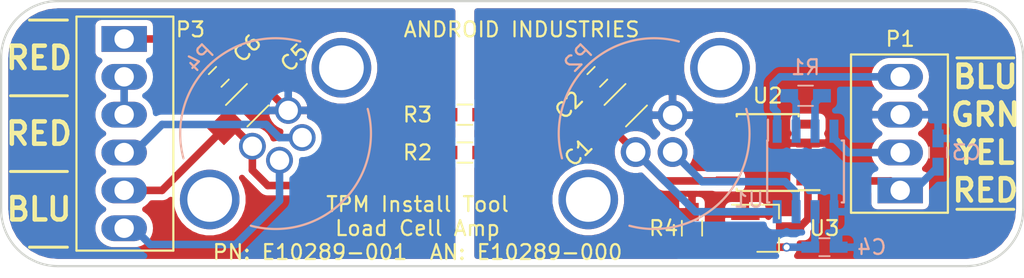
<source format=kicad_pcb>
(kicad_pcb (version 20171130) (host pcbnew "(5.1.7)-1")

  (general
    (thickness 1.6)
    (drawings 33)
    (tracks 70)
    (zones 0)
    (modules 17)
    (nets 15)
  )

  (page A)
  (title_block
    (title "TPM Install Tool Load Cell Amp")
    (date 2021-03-30)
    (company "Android Industries")
    (comment 1 "Designer: C. M. Bulliner")
    (comment 2 "Part Number: E10289-001")
    (comment 3 "Assembly Number: E10289-000")
  )

  (layers
    (0 F.Cu signal)
    (31 B.Cu signal)
    (32 B.Adhes user)
    (33 F.Adhes user)
    (34 B.Paste user)
    (35 F.Paste user)
    (36 B.SilkS user)
    (37 F.SilkS user)
    (38 B.Mask user)
    (39 F.Mask user)
    (40 Dwgs.User user hide)
    (41 Cmts.User user)
    (42 Eco1.User user)
    (43 Eco2.User user)
    (44 Edge.Cuts user)
    (45 Margin user)
    (46 B.CrtYd user hide)
    (47 F.CrtYd user hide)
    (48 B.Fab user hide)
    (49 F.Fab user hide)
  )

  (setup
    (last_trace_width 0.25)
    (user_trace_width 0.508)
    (user_trace_width 0.762)
    (trace_clearance 0.2)
    (zone_clearance 0.4064)
    (zone_45_only yes)
    (trace_min 0.2)
    (via_size 0.6)
    (via_drill 0.4)
    (via_min_size 0.4)
    (via_min_drill 0.3)
    (uvia_size 0.3)
    (uvia_drill 0.1)
    (uvias_allowed no)
    (uvia_min_size 0.2)
    (uvia_min_drill 0.1)
    (edge_width 0.15)
    (segment_width 0.2)
    (pcb_text_width 0.3)
    (pcb_text_size 1.5 1.5)
    (mod_edge_width 0.15)
    (mod_text_size 1 1)
    (mod_text_width 0.15)
    (pad_size 4 4)
    (pad_drill 3)
    (pad_to_mask_clearance 0.2)
    (aux_axis_origin 111.125 126.365)
    (visible_elements 7FFFFF7F)
    (pcbplotparams
      (layerselection 0x010f0_ffffffff)
      (usegerberextensions false)
      (usegerberattributes true)
      (usegerberadvancedattributes true)
      (creategerberjobfile true)
      (excludeedgelayer true)
      (linewidth 0.100000)
      (plotframeref false)
      (viasonmask false)
      (mode 1)
      (useauxorigin true)
      (hpglpennumber 1)
      (hpglpenspeed 20)
      (hpglpendiameter 15.000000)
      (psnegative false)
      (psa4output false)
      (plotreference true)
      (plotvalue false)
      (plotinvisibletext false)
      (padsonsilk false)
      (subtractmaskfromsilk true)
      (outputformat 1)
      (mirror false)
      (drillshape 0)
      (scaleselection 1)
      (outputdirectory "../F - CAM Data (STEPs DWGs)/"))
  )

  (net 0 "")
  (net 1 +5V)
  (net 2 /+OUT)
  (net 3 /-OUT)
  (net 4 "Net-(R1-Pad1)")
  (net 5 "Net-(R1-Pad2)")
  (net 6 /FORCE)
  (net 7 "Net-(P3-Pad2)")
  (net 8 +24VA)
  (net 9 GNDA)
  (net 10 +1V2)
  (net 11 +24VD)
  (net 12 /INSTALL)
  (net 13 /DONE)
  (net 14 GNDD)

  (net_class Default "This is the default net class."
    (clearance 0.2)
    (trace_width 0.25)
    (via_dia 0.6)
    (via_drill 0.4)
    (uvia_dia 0.3)
    (uvia_drill 0.1)
    (add_net +1V2)
    (add_net +24VA)
    (add_net +24VD)
    (add_net +5V)
    (add_net /+OUT)
    (add_net /-OUT)
    (add_net /DONE)
    (add_net /FORCE)
    (add_net /INSTALL)
    (add_net GNDA)
    (add_net GNDD)
    (add_net "Net-(P3-Pad2)")
    (add_net "Net-(R1-Pad1)")
    (add_net "Net-(R1-Pad2)")
  )

  (module My_Modules:TE-T4040034041-000 (layer B.Cu) (tedit 5A8F33E6) (tstamp 5A731929)
    (at 127 107.95 45)
    (path /5A71E1F6)
    (fp_text reference P4 (at 0 -7.184205 45) (layer B.SilkS)
      (effects (font (size 1 1) (thickness 0.15)) (justify mirror))
    )
    (fp_text value DIGITAL (at 0 -7.62 45) (layer B.Fab) hide
      (effects (font (size 1 1) (thickness 0.15)) (justify mirror))
    )
    (fp_arc (start 0 0) (end 0 -6.4) (angle 60) (layer B.SilkS) (width 0.15))
    (fp_arc (start 0 0) (end 0 6.4) (angle 60) (layer B.SilkS) (width 0.15))
    (fp_arc (start 0 0) (end 0 -6.4) (angle -60) (layer B.SilkS) (width 0.15))
    (fp_arc (start 0 0) (end 0 6.4) (angle -60) (layer B.SilkS) (width 0.15))
    (pad 1 thru_hole circle (at -1.7 -0.5 45) (size 1.8 1.8) (drill 1.3) (layers *.Cu *.Mask)
      (net 11 +24VD))
    (pad 2 thru_hole circle (at -1.075 1.45 195) (size 1.8 1.8) (drill 1.3) (layers *.Cu *.Mask)
      (net 13 /DONE))
    (pad 3 thru_hole circle (at 1.7 -0.5 45) (size 1.8 1.8) (drill 1.3) (layers *.Cu *.Mask)
      (net 14 GNDD))
    (pad 4 thru_hole circle (at 1.075 1.45 255) (size 1.8 1.8) (drill 1.3) (layers *.Cu *.Mask)
      (net 12 /INSTALL))
    (pad "" thru_hole circle (at -6.249999 0 15) (size 4 4) (drill 3) (layers *.Cu *.Mask))
    (pad "" thru_hole circle (at 6.249999 0 15) (size 4 4) (drill 3) (layers *.Cu *.Mask))
  )

  (module My_Modules:TE-T4040034031-000 (layer B.Cu) (tedit 5A8F33EA) (tstamp 5A722F52)
    (at 152.4 107.95 45)
    (path /5A71E1B9)
    (fp_text reference P2 (at 0 -7.184205 45) (layer B.SilkS)
      (effects (font (size 1 1) (thickness 0.15)) (justify mirror))
    )
    (fp_text value ANALOG (at 0 -7.62 45) (layer B.Fab) hide
      (effects (font (size 1 1) (thickness 0.15)) (justify mirror))
    )
    (fp_arc (start 0 0) (end 0 -6.4) (angle 60) (layer B.SilkS) (width 0.15))
    (fp_arc (start 0 0) (end 0 6.4) (angle 60) (layer B.SilkS) (width 0.15))
    (fp_arc (start 0 0) (end 0 -6.4) (angle -60) (layer B.SilkS) (width 0.15))
    (fp_arc (start 0 0) (end 0 6.4) (angle -60) (layer B.SilkS) (width 0.15))
    (pad 1 thru_hole circle (at -1.75 0 45) (size 2 2) (drill 1.3) (layers *.Cu *.Mask)
      (net 8 +24VA))
    (pad 3 thru_hole circle (at 1.75 0 45) (size 2 2) (drill 1.3) (layers *.Cu *.Mask)
      (net 9 GNDA))
    (pad 4 thru_hole circle (at 0 1.75 225) (size 2 2) (drill 1.3) (layers *.Cu *.Mask)
      (net 6 /FORCE))
    (pad "" thru_hole circle (at -6.249999 0 15) (size 4 4) (drill 3) (layers *.Cu *.Mask))
    (pad "" thru_hole circle (at 6.249999 0 15) (size 4 4) (drill 3) (layers *.Cu *.Mask))
  )

  (module My_Modules:OSTVN04A150 (layer F.Cu) (tedit 5A8F3397) (tstamp 5A722F45)
    (at 168.91 107.95 90)
    (path /5A4EA310)
    (fp_text reference P1 (at 6.35 0 180) (layer F.SilkS)
      (effects (font (size 1 1) (thickness 0.15)))
    )
    (fp_text value "LOAD CELL" (at 0 4.445 90) (layer F.Fab) hide
      (effects (font (size 1 1) (thickness 0.15)))
    )
    (fp_line (start -5.31 3.2) (end -5.31 -3.3) (layer F.SilkS) (width 0.15))
    (fp_line (start 5.31 3.2) (end -5.31 3.2) (layer F.SilkS) (width 0.15))
    (fp_line (start 5.31 -3.3) (end 5.31 3.2) (layer F.SilkS) (width 0.15))
    (fp_line (start -5.31 -3.3) (end 5.31 -3.3) (layer F.SilkS) (width 0.15))
    (pad 1 thru_hole rect (at -3.81 0 90) (size 1.7272 3.048) (drill 1.3) (layers *.Cu *.Mask)
      (net 1 +5V))
    (pad 2 thru_hole oval (at -1.27 0 90) (size 1.7272 3.048) (drill 1.3) (layers *.Cu *.Mask)
      (net 2 /+OUT))
    (pad 3 thru_hole oval (at 1.27 0 90) (size 1.7272 3.048) (drill 1.3) (layers *.Cu *.Mask)
      (net 9 GNDA))
    (pad 4 thru_hole oval (at 3.81 0 90) (size 1.7272 3.048) (drill 1.3) (layers *.Cu *.Mask)
      (net 3 /-OUT))
  )

  (module Capacitors_SMD:C_1206_HandSoldering (layer F.Cu) (tedit 5A8F347C) (tstamp 5A723934)
    (at 150.495 106.045 45)
    (descr "Capacitor SMD 1206, hand soldering")
    (tags "capacitor 1206")
    (path /5A5911F8)
    (attr smd)
    (fp_text reference C1 (at -4.490128 0 45) (layer F.SilkS)
      (effects (font (size 1 1) (thickness 0.15)))
    )
    (fp_text value 10uF (at 7.633218 -5.837166 45) (layer F.Fab)
      (effects (font (size 1 1) (thickness 0.15)))
    )
    (fp_line (start 3.25 1.05) (end -3.25 1.05) (layer F.CrtYd) (width 0.05))
    (fp_line (start 3.25 1.05) (end 3.25 -1.05) (layer F.CrtYd) (width 0.05))
    (fp_line (start -3.25 -1.05) (end -3.25 1.05) (layer F.CrtYd) (width 0.05))
    (fp_line (start -3.25 -1.05) (end 3.25 -1.05) (layer F.CrtYd) (width 0.05))
    (fp_line (start -1 1.02) (end 1 1.02) (layer F.SilkS) (width 0.12))
    (fp_line (start 1 -1.02) (end -1 -1.02) (layer F.SilkS) (width 0.12))
    (fp_line (start -1.6 -0.8) (end 1.6 -0.8) (layer F.Fab) (width 0.1))
    (fp_line (start 1.6 -0.8) (end 1.6 0.8) (layer F.Fab) (width 0.1))
    (fp_line (start 1.6 0.8) (end -1.6 0.8) (layer F.Fab) (width 0.1))
    (fp_line (start -1.6 0.8) (end -1.6 -0.8) (layer F.Fab) (width 0.1))
    (fp_text user %R (at 0 -1.75 45) (layer F.Fab)
      (effects (font (size 1 1) (thickness 0.15)))
    )
    (pad 1 smd rect (at -2 0 45) (size 2 1.6) (layers F.Cu F.Paste F.Mask)
      (net 8 +24VA))
    (pad 2 smd rect (at 2 0 45) (size 2 1.6) (layers F.Cu F.Paste F.Mask)
      (net 9 GNDA))
    (model Capacitors_SMD.3dshapes/C_1206.wrl
      (at (xyz 0 0 0))
      (scale (xyz 1 1 1))
      (rotate (xyz 0 0 0))
    )
  )

  (module Resistors_SMD:R_0603_HandSoldering (layer B.Cu) (tedit 5A8F33DE) (tstamp 5A72395C)
    (at 162.56 105.41)
    (descr "Resistor SMD 0603, hand soldering")
    (tags "resistor 0603")
    (path /5A4EAF89)
    (attr smd)
    (fp_text reference R1 (at 0 -1.905) (layer B.SilkS)
      (effects (font (size 1 1) (thickness 0.15)) (justify mirror))
    )
    (fp_text value 1K (at 0 -7.62) (layer B.Fab)
      (effects (font (size 1 1) (thickness 0.15)) (justify mirror))
    )
    (fp_line (start 1.95 -0.7) (end -1.96 -0.7) (layer B.CrtYd) (width 0.05))
    (fp_line (start 1.95 -0.7) (end 1.95 0.7) (layer B.CrtYd) (width 0.05))
    (fp_line (start -1.96 0.7) (end -1.96 -0.7) (layer B.CrtYd) (width 0.05))
    (fp_line (start -1.96 0.7) (end 1.95 0.7) (layer B.CrtYd) (width 0.05))
    (fp_line (start -0.5 0.68) (end 0.5 0.68) (layer B.SilkS) (width 0.12))
    (fp_line (start 0.5 -0.68) (end -0.5 -0.68) (layer B.SilkS) (width 0.12))
    (fp_line (start -0.8 0.4) (end 0.8 0.4) (layer B.Fab) (width 0.1))
    (fp_line (start 0.8 0.4) (end 0.8 -0.4) (layer B.Fab) (width 0.1))
    (fp_line (start 0.8 -0.4) (end -0.8 -0.4) (layer B.Fab) (width 0.1))
    (fp_line (start -0.8 -0.4) (end -0.8 0.4) (layer B.Fab) (width 0.1))
    (fp_text user %R (at 0 0) (layer B.Fab)
      (effects (font (size 0.4 0.4) (thickness 0.075)) (justify mirror))
    )
    (pad 1 smd rect (at -1.1 0) (size 1.2 0.9) (layers B.Cu B.Paste B.Mask)
      (net 4 "Net-(R1-Pad1)"))
    (pad 2 smd rect (at 1.1 0) (size 1.2 0.9) (layers B.Cu B.Paste B.Mask)
      (net 5 "Net-(R1-Pad2)"))
    (model ${KISYS3DMOD}/Resistors_SMD.3dshapes/R_0603.wrl
      (at (xyz 0 0 0))
      (scale (xyz 1 1 1))
      (rotate (xyz 0 0 0))
    )
  )

  (module Housings_SOIC:SOIC-8_3.9x4.9mm_Pitch1.27mm (layer B.Cu) (tedit 5A8F33D9) (tstamp 5A723968)
    (at 162.56 110.49 270)
    (descr "8-Lead Plastic Small Outline (SN) - Narrow, 3.90 mm Body [SOIC] (see Microchip Packaging Specification 00000049BS.pdf)")
    (tags "SOIC 1.27")
    (path /5A4EA03C)
    (attr smd)
    (fp_text reference U1 (at 1.905 3.81) (layer B.SilkS)
      (effects (font (size 1 1) (thickness 0.15)) (justify mirror))
    )
    (fp_text value AD8227 (at 7.62 5.08) (layer B.Fab)
      (effects (font (size 1 1) (thickness 0.15)) (justify mirror))
    )
    (fp_line (start -2.075 2.525) (end -3.475 2.525) (layer B.SilkS) (width 0.15))
    (fp_line (start -2.075 -2.575) (end 2.075 -2.575) (layer B.SilkS) (width 0.15))
    (fp_line (start -2.075 2.575) (end 2.075 2.575) (layer B.SilkS) (width 0.15))
    (fp_line (start -2.075 -2.575) (end -2.075 -2.43) (layer B.SilkS) (width 0.15))
    (fp_line (start 2.075 -2.575) (end 2.075 -2.43) (layer B.SilkS) (width 0.15))
    (fp_line (start 2.075 2.575) (end 2.075 2.43) (layer B.SilkS) (width 0.15))
    (fp_line (start -2.075 2.575) (end -2.075 2.525) (layer B.SilkS) (width 0.15))
    (fp_line (start -3.73 -2.7) (end 3.73 -2.7) (layer B.CrtYd) (width 0.05))
    (fp_line (start -3.73 2.7) (end 3.73 2.7) (layer B.CrtYd) (width 0.05))
    (fp_line (start 3.73 2.7) (end 3.73 -2.7) (layer B.CrtYd) (width 0.05))
    (fp_line (start -3.73 2.7) (end -3.73 -2.7) (layer B.CrtYd) (width 0.05))
    (fp_line (start -1.95 1.45) (end -0.95 2.45) (layer B.Fab) (width 0.1))
    (fp_line (start -1.95 -2.45) (end -1.95 1.45) (layer B.Fab) (width 0.1))
    (fp_line (start 1.95 -2.45) (end -1.95 -2.45) (layer B.Fab) (width 0.1))
    (fp_line (start 1.95 2.45) (end 1.95 -2.45) (layer B.Fab) (width 0.1))
    (fp_line (start -0.95 2.45) (end 1.95 2.45) (layer B.Fab) (width 0.1))
    (fp_text user %R (at 0 0 270) (layer B.Fab)
      (effects (font (size 1 1) (thickness 0.15)) (justify mirror))
    )
    (pad 1 smd rect (at -2.7 1.905 270) (size 1.55 0.6) (layers B.Cu B.Paste B.Mask)
      (net 3 /-OUT))
    (pad 2 smd rect (at -2.7 0.635 270) (size 1.55 0.6) (layers B.Cu B.Paste B.Mask)
      (net 4 "Net-(R1-Pad1)"))
    (pad 3 smd rect (at -2.7 -0.635 270) (size 1.55 0.6) (layers B.Cu B.Paste B.Mask)
      (net 5 "Net-(R1-Pad2)"))
    (pad 4 smd rect (at -2.7 -1.905 270) (size 1.55 0.6) (layers B.Cu B.Paste B.Mask)
      (net 2 /+OUT))
    (pad 5 smd rect (at 2.7 -1.905 270) (size 1.55 0.6) (layers B.Cu B.Paste B.Mask)
      (net 9 GNDA))
    (pad 6 smd rect (at 2.7 -0.635 270) (size 1.55 0.6) (layers B.Cu B.Paste B.Mask)
      (net 10 +1V2))
    (pad 7 smd rect (at 2.7 0.635 270) (size 1.55 0.6) (layers B.Cu B.Paste B.Mask)
      (net 6 /FORCE))
    (pad 8 smd rect (at 2.7 1.905 270) (size 1.55 0.6) (layers B.Cu B.Paste B.Mask)
      (net 8 +24VA))
    (model ${KISYS3DMOD}/Housings_SOIC.3dshapes/SOIC-8_3.9x4.9mm_Pitch1.27mm.wrl
      (at (xyz 0 0 0))
      (scale (xyz 1 1 1))
      (rotate (xyz 0 0 0))
    )
  )

  (module Capacitors_SMD:C_0603_HandSoldering (layer F.Cu) (tedit 5A8F3467) (tstamp 5A7249FF)
    (at 148.59 104.14 45)
    (descr "Capacitor SMD 0603, hand soldering")
    (tags "capacitor 0603")
    (path /5A7294E9)
    (attr smd)
    (fp_text reference C2 (at -2.694077 0 45) (layer F.SilkS)
      (effects (font (size 1 1) (thickness 0.15)))
    )
    (fp_text value 100nF (at 5.388154 -5.388154 45) (layer F.Fab)
      (effects (font (size 1 1) (thickness 0.15)))
    )
    (fp_line (start 1.8 0.65) (end -1.8 0.65) (layer F.CrtYd) (width 0.05))
    (fp_line (start 1.8 0.65) (end 1.8 -0.65) (layer F.CrtYd) (width 0.05))
    (fp_line (start -1.8 -0.65) (end -1.8 0.65) (layer F.CrtYd) (width 0.05))
    (fp_line (start -1.8 -0.65) (end 1.8 -0.65) (layer F.CrtYd) (width 0.05))
    (fp_line (start 0.35 0.6) (end -0.35 0.6) (layer F.SilkS) (width 0.12))
    (fp_line (start -0.35 -0.6) (end 0.35 -0.6) (layer F.SilkS) (width 0.12))
    (fp_line (start -0.8 -0.4) (end 0.8 -0.4) (layer F.Fab) (width 0.1))
    (fp_line (start 0.8 -0.4) (end 0.8 0.4) (layer F.Fab) (width 0.1))
    (fp_line (start 0.8 0.4) (end -0.8 0.4) (layer F.Fab) (width 0.1))
    (fp_line (start -0.8 0.4) (end -0.8 -0.4) (layer F.Fab) (width 0.1))
    (fp_text user %R (at 0 -1.25 45) (layer F.Fab)
      (effects (font (size 1 1) (thickness 0.15)))
    )
    (pad 1 smd rect (at -0.95 0 45) (size 1.2 0.75) (layers F.Cu F.Paste F.Mask)
      (net 8 +24VA))
    (pad 2 smd rect (at 0.95 0 45) (size 1.2 0.75) (layers F.Cu F.Paste F.Mask)
      (net 9 GNDA))
    (model Capacitors_SMD.3dshapes/C_0603.wrl
      (at (xyz 0 0 0))
      (scale (xyz 1 1 1))
      (rotate (xyz 0 0 0))
    )
  )

  (module Capacitors_SMD:C_0603_HandSoldering (layer B.Cu) (tedit 5A8F3427) (tstamp 5A724A05)
    (at 171.45 109.22 90)
    (descr "Capacitor SMD 0603, hand soldering")
    (tags "capacitor 0603")
    (path /5A5DD002)
    (attr smd)
    (fp_text reference C3 (at 0 1.905 180) (layer B.SilkS)
      (effects (font (size 1 1) (thickness 0.15)) (justify mirror))
    )
    (fp_text value 100nF (at 0 8.89 180) (layer B.Fab)
      (effects (font (size 1 1) (thickness 0.15)) (justify mirror))
    )
    (fp_line (start 1.8 -0.65) (end -1.8 -0.65) (layer B.CrtYd) (width 0.05))
    (fp_line (start 1.8 -0.65) (end 1.8 0.65) (layer B.CrtYd) (width 0.05))
    (fp_line (start -1.8 0.65) (end -1.8 -0.65) (layer B.CrtYd) (width 0.05))
    (fp_line (start -1.8 0.65) (end 1.8 0.65) (layer B.CrtYd) (width 0.05))
    (fp_line (start 0.35 -0.6) (end -0.35 -0.6) (layer B.SilkS) (width 0.12))
    (fp_line (start -0.35 0.6) (end 0.35 0.6) (layer B.SilkS) (width 0.12))
    (fp_line (start -0.8 0.4) (end 0.8 0.4) (layer B.Fab) (width 0.1))
    (fp_line (start 0.8 0.4) (end 0.8 -0.4) (layer B.Fab) (width 0.1))
    (fp_line (start 0.8 -0.4) (end -0.8 -0.4) (layer B.Fab) (width 0.1))
    (fp_line (start -0.8 -0.4) (end -0.8 0.4) (layer B.Fab) (width 0.1))
    (fp_text user %R (at 0 1.25 90) (layer B.Fab)
      (effects (font (size 1 1) (thickness 0.15)) (justify mirror))
    )
    (pad 1 smd rect (at -0.95 0 90) (size 1.2 0.75) (layers B.Cu B.Paste B.Mask)
      (net 1 +5V))
    (pad 2 smd rect (at 0.95 0 90) (size 1.2 0.75) (layers B.Cu B.Paste B.Mask)
      (net 9 GNDA))
    (model Capacitors_SMD.3dshapes/C_0603.wrl
      (at (xyz 0 0 0))
      (scale (xyz 1 1 1))
      (rotate (xyz 0 0 0))
    )
  )

  (module Capacitors_SMD:C_0603_HandSoldering (layer B.Cu) (tedit 5A8F33D8) (tstamp 5A724A0B)
    (at 163.83 115.57)
    (descr "Capacitor SMD 0603, hand soldering")
    (tags "capacitor 0603")
    (path /5A5D9D07)
    (attr smd)
    (fp_text reference C4 (at 3.175 0) (layer B.SilkS)
      (effects (font (size 1 1) (thickness 0.15)) (justify mirror))
    )
    (fp_text value 100nF (at 0 2.54) (layer B.Fab)
      (effects (font (size 1 1) (thickness 0.15)) (justify mirror))
    )
    (fp_line (start 1.8 -0.65) (end -1.8 -0.65) (layer B.CrtYd) (width 0.05))
    (fp_line (start 1.8 -0.65) (end 1.8 0.65) (layer B.CrtYd) (width 0.05))
    (fp_line (start -1.8 0.65) (end -1.8 -0.65) (layer B.CrtYd) (width 0.05))
    (fp_line (start -1.8 0.65) (end 1.8 0.65) (layer B.CrtYd) (width 0.05))
    (fp_line (start 0.35 -0.6) (end -0.35 -0.6) (layer B.SilkS) (width 0.12))
    (fp_line (start -0.35 0.6) (end 0.35 0.6) (layer B.SilkS) (width 0.12))
    (fp_line (start -0.8 0.4) (end 0.8 0.4) (layer B.Fab) (width 0.1))
    (fp_line (start 0.8 0.4) (end 0.8 -0.4) (layer B.Fab) (width 0.1))
    (fp_line (start 0.8 -0.4) (end -0.8 -0.4) (layer B.Fab) (width 0.1))
    (fp_line (start -0.8 -0.4) (end -0.8 0.4) (layer B.Fab) (width 0.1))
    (fp_text user %R (at 0 1.25) (layer B.Fab)
      (effects (font (size 1 1) (thickness 0.15)) (justify mirror))
    )
    (pad 1 smd rect (at -0.95 0) (size 1.2 0.75) (layers B.Cu B.Paste B.Mask)
      (net 10 +1V2))
    (pad 2 smd rect (at 0.95 0) (size 1.2 0.75) (layers B.Cu B.Paste B.Mask)
      (net 9 GNDA))
    (model Capacitors_SMD.3dshapes/C_0603.wrl
      (at (xyz 0 0 0))
      (scale (xyz 1 1 1))
      (rotate (xyz 0 0 0))
    )
  )

  (module Housings_SOIC:SOIC-8_3.9x4.9mm_Pitch1.27mm (layer F.Cu) (tedit 5A8F3483) (tstamp 5A724AA1)
    (at 160.02 109.22 180)
    (descr "8-Lead Plastic Small Outline (SN) - Narrow, 3.90 mm Body [SOIC] (see Microchip Packaging Specification 00000049BS.pdf)")
    (tags "SOIC 1.27")
    (path /5A72544C)
    (attr smd)
    (fp_text reference U2 (at 0 3.81 180) (layer F.SilkS)
      (effects (font (size 1 1) (thickness 0.15)))
    )
    (fp_text value L78L05ABD13TR (at 0 11.43 180) (layer F.Fab)
      (effects (font (size 1 1) (thickness 0.15)))
    )
    (fp_line (start -2.075 -2.525) (end -3.475 -2.525) (layer F.SilkS) (width 0.15))
    (fp_line (start -2.075 2.575) (end 2.075 2.575) (layer F.SilkS) (width 0.15))
    (fp_line (start -2.075 -2.575) (end 2.075 -2.575) (layer F.SilkS) (width 0.15))
    (fp_line (start -2.075 2.575) (end -2.075 2.43) (layer F.SilkS) (width 0.15))
    (fp_line (start 2.075 2.575) (end 2.075 2.43) (layer F.SilkS) (width 0.15))
    (fp_line (start 2.075 -2.575) (end 2.075 -2.43) (layer F.SilkS) (width 0.15))
    (fp_line (start -2.075 -2.575) (end -2.075 -2.525) (layer F.SilkS) (width 0.15))
    (fp_line (start -3.73 2.7) (end 3.73 2.7) (layer F.CrtYd) (width 0.05))
    (fp_line (start -3.73 -2.7) (end 3.73 -2.7) (layer F.CrtYd) (width 0.05))
    (fp_line (start 3.73 -2.7) (end 3.73 2.7) (layer F.CrtYd) (width 0.05))
    (fp_line (start -3.73 -2.7) (end -3.73 2.7) (layer F.CrtYd) (width 0.05))
    (fp_line (start -1.95 -1.45) (end -0.95 -2.45) (layer F.Fab) (width 0.1))
    (fp_line (start -1.95 2.45) (end -1.95 -1.45) (layer F.Fab) (width 0.1))
    (fp_line (start 1.95 2.45) (end -1.95 2.45) (layer F.Fab) (width 0.1))
    (fp_line (start 1.95 -2.45) (end 1.95 2.45) (layer F.Fab) (width 0.1))
    (fp_line (start -0.95 -2.45) (end 1.95 -2.45) (layer F.Fab) (width 0.1))
    (fp_text user %R (at 0 0 180) (layer F.Fab)
      (effects (font (size 1 1) (thickness 0.15)))
    )
    (pad 1 smd rect (at -2.7 -1.905 180) (size 1.55 0.6) (layers F.Cu F.Paste F.Mask)
      (net 1 +5V))
    (pad 2 smd rect (at -2.7 -0.635 180) (size 1.55 0.6) (layers F.Cu F.Paste F.Mask)
      (net 9 GNDA))
    (pad 3 smd rect (at -2.7 0.635 180) (size 1.55 0.6) (layers F.Cu F.Paste F.Mask)
      (net 9 GNDA))
    (pad 4 smd rect (at -2.7 1.905 180) (size 1.55 0.6) (layers F.Cu F.Paste F.Mask))
    (pad 5 smd rect (at 2.7 1.905 180) (size 1.55 0.6) (layers F.Cu F.Paste F.Mask))
    (pad 6 smd rect (at 2.7 0.635 180) (size 1.55 0.6) (layers F.Cu F.Paste F.Mask)
      (net 9 GNDA))
    (pad 7 smd rect (at 2.7 -0.635 180) (size 1.55 0.6) (layers F.Cu F.Paste F.Mask)
      (net 9 GNDA))
    (pad 8 smd rect (at 2.7 -1.905 180) (size 1.55 0.6) (layers F.Cu F.Paste F.Mask)
      (net 8 +24VA))
    (model ${KISYS3DMOD}/Housings_SOIC.3dshapes/SOIC-8_3.9x4.9mm_Pitch1.27mm.wrl
      (at (xyz 0 0 0))
      (scale (xyz 1 1 1))
      (rotate (xyz 0 0 0))
    )
  )

  (module TO_SOT_Packages_SMD:SOT-23_Handsoldering (layer F.Cu) (tedit 5A904BF2) (tstamp 5A724F7D)
    (at 160.02 114.3)
    (descr "SOT-23, Handsoldering")
    (tags SOT-23)
    (path /5A726F43)
    (attr smd)
    (fp_text reference U3 (at 3.81 0) (layer F.SilkS)
      (effects (font (size 1 1) (thickness 0.15)))
    )
    (fp_text value AP7313-12SRG-7 (at 4.445 3.81) (layer F.Fab)
      (effects (font (size 1 1) (thickness 0.15)))
    )
    (fp_line (start 0.76 1.58) (end -0.7 1.58) (layer F.SilkS) (width 0.12))
    (fp_line (start -0.7 1.52) (end 0.7 1.52) (layer F.Fab) (width 0.1))
    (fp_line (start 0.7 -1.52) (end 0.7 1.52) (layer F.Fab) (width 0.1))
    (fp_line (start -0.7 -0.95) (end -0.15 -1.52) (layer F.Fab) (width 0.1))
    (fp_line (start -0.15 -1.52) (end 0.7 -1.52) (layer F.Fab) (width 0.1))
    (fp_line (start -0.7 -0.95) (end -0.7 1.5) (layer F.Fab) (width 0.1))
    (fp_line (start 0.76 -1.58) (end -2.4 -1.58) (layer F.SilkS) (width 0.12))
    (fp_line (start -2.7 1.75) (end -2.7 -1.75) (layer F.CrtYd) (width 0.05))
    (fp_line (start 2.7 1.75) (end -2.7 1.75) (layer F.CrtYd) (width 0.05))
    (fp_line (start 2.7 -1.75) (end 2.7 1.75) (layer F.CrtYd) (width 0.05))
    (fp_line (start -2.7 -1.75) (end 2.7 -1.75) (layer F.CrtYd) (width 0.05))
    (fp_line (start 0.76 -1.58) (end 0.76 -0.65) (layer F.SilkS) (width 0.12))
    (fp_line (start 0.76 1.58) (end 0.76 0.65) (layer F.SilkS) (width 0.12))
    (fp_text user %R (at 0 0 90) (layer F.Fab)
      (effects (font (size 0.5 0.5) (thickness 0.075)))
    )
    (pad 1 smd rect (at -1.5 -0.95) (size 1.9 0.8) (layers F.Cu F.Paste F.Mask)
      (net 9 GNDA))
    (pad 2 smd rect (at -1.5 0.95) (size 1.9 0.8) (layers F.Cu F.Paste F.Mask)
      (net 10 +1V2))
    (pad 3 smd rect (at 1.5 0) (size 1.9 0.8) (layers F.Cu F.Paste F.Mask)
      (net 1 +5V))
    (model ${KISYS3DMOD}/TO_SOT_Packages_SMD.3dshapes\SOT-23.wrl
      (at (xyz 0 0 0))
      (scale (xyz 1 1 1))
      (rotate (xyz 0 0 0))
    )
  )

  (module My_Modules:OSTVN06A150 (layer F.Cu) (tedit 5A8F3394) (tstamp 5A73191F)
    (at 116.84 107.95 270)
    (path /5A731981)
    (fp_text reference P3 (at -6.985 -4.445) (layer F.SilkS)
      (effects (font (size 1 1) (thickness 0.15)))
    )
    (fp_text value BUTTONS (at 0 4.445 270) (layer F.Fab) hide
      (effects (font (size 1 1) (thickness 0.15)))
    )
    (fp_line (start -7.85 3.2) (end -7.85 -3.3) (layer F.SilkS) (width 0.15))
    (fp_line (start 7.85 3.2) (end -7.85 3.2) (layer F.SilkS) (width 0.15))
    (fp_line (start 7.85 -3.3) (end 7.85 3.2) (layer F.SilkS) (width 0.15))
    (fp_line (start -7.85 -3.3) (end 7.85 -3.3) (layer F.SilkS) (width 0.15))
    (pad 1 thru_hole rect (at -6.35 0 270) (size 1.7272 3.048) (drill 1.3) (layers *.Cu *.Mask)
      (net 11 +24VD))
    (pad 2 thru_hole oval (at -3.81 0 270) (size 1.7272 3.048) (drill 1.3) (layers *.Cu *.Mask)
      (net 7 "Net-(P3-Pad2)"))
    (pad 3 thru_hole oval (at -1.27 0 270) (size 1.7272 3.048) (drill 1.3) (layers *.Cu *.Mask)
      (net 7 "Net-(P3-Pad2)"))
    (pad 4 thru_hole oval (at 1.27 0 270) (size 1.7272 3.048) (drill 1.3) (layers *.Cu *.Mask)
      (net 12 /INSTALL))
    (pad 5 thru_hole oval (at 3.81 0 270) (size 1.7272 3.048) (drill 1.3) (layers *.Cu *.Mask)
      (net 11 +24VD))
    (pad 6 thru_hole oval (at 6.35 0 270) (size 1.7272 3.048) (drill 1.3) (layers *.Cu *.Mask)
      (net 13 /DONE))
  )

  (module Capacitors_SMD:C_1206_HandSoldering (layer F.Cu) (tedit 5A8F347A) (tstamp 5A79B482)
    (at 125.095 106.045 45)
    (descr "Capacitor SMD 1206, hand soldering")
    (tags "capacitor 1206")
    (path /5A79E3B0)
    (attr smd)
    (fp_text reference C5 (at 4.490128 0 45) (layer F.SilkS)
      (effects (font (size 1 1) (thickness 0.15)))
    )
    (fp_text value 10uF (at 7.633218 -5.837166 45) (layer F.Fab)
      (effects (font (size 1 1) (thickness 0.15)))
    )
    (fp_line (start 3.25 1.05) (end -3.25 1.05) (layer F.CrtYd) (width 0.05))
    (fp_line (start 3.25 1.05) (end 3.25 -1.05) (layer F.CrtYd) (width 0.05))
    (fp_line (start -3.25 -1.05) (end -3.25 1.05) (layer F.CrtYd) (width 0.05))
    (fp_line (start -3.25 -1.05) (end 3.25 -1.05) (layer F.CrtYd) (width 0.05))
    (fp_line (start -1 1.02) (end 1 1.02) (layer F.SilkS) (width 0.12))
    (fp_line (start 1 -1.02) (end -1 -1.02) (layer F.SilkS) (width 0.12))
    (fp_line (start -1.6 -0.8) (end 1.6 -0.8) (layer F.Fab) (width 0.1))
    (fp_line (start 1.6 -0.8) (end 1.6 0.8) (layer F.Fab) (width 0.1))
    (fp_line (start 1.6 0.8) (end -1.6 0.8) (layer F.Fab) (width 0.1))
    (fp_line (start -1.6 0.8) (end -1.6 -0.8) (layer F.Fab) (width 0.1))
    (fp_text user %R (at 0 -1.75 45) (layer F.Fab)
      (effects (font (size 1 1) (thickness 0.15)))
    )
    (pad 1 smd rect (at -2 0 45) (size 2 1.6) (layers F.Cu F.Paste F.Mask)
      (net 11 +24VD))
    (pad 2 smd rect (at 2 0 45) (size 2 1.6) (layers F.Cu F.Paste F.Mask)
      (net 14 GNDD))
    (model Capacitors_SMD.3dshapes/C_1206.wrl
      (at (xyz 0 0 0))
      (scale (xyz 1 1 1))
      (rotate (xyz 0 0 0))
    )
  )

  (module Capacitors_SMD:C_0603_HandSoldering (layer F.Cu) (tedit 5A8F3471) (tstamp 5A79B488)
    (at 123.19 104.14 45)
    (descr "Capacitor SMD 0603, hand soldering")
    (tags "capacitor 0603")
    (path /5A79E408)
    (attr smd)
    (fp_text reference C6 (at 2.694077 0 45) (layer F.SilkS)
      (effects (font (size 1 1) (thickness 0.15)))
    )
    (fp_text value 100nF (at 5.388154 -5.388154 45) (layer F.Fab)
      (effects (font (size 1 1) (thickness 0.15)))
    )
    (fp_line (start 1.8 0.65) (end -1.8 0.65) (layer F.CrtYd) (width 0.05))
    (fp_line (start 1.8 0.65) (end 1.8 -0.65) (layer F.CrtYd) (width 0.05))
    (fp_line (start -1.8 -0.65) (end -1.8 0.65) (layer F.CrtYd) (width 0.05))
    (fp_line (start -1.8 -0.65) (end 1.8 -0.65) (layer F.CrtYd) (width 0.05))
    (fp_line (start 0.35 0.6) (end -0.35 0.6) (layer F.SilkS) (width 0.12))
    (fp_line (start -0.35 -0.6) (end 0.35 -0.6) (layer F.SilkS) (width 0.12))
    (fp_line (start -0.8 -0.4) (end 0.8 -0.4) (layer F.Fab) (width 0.1))
    (fp_line (start 0.8 -0.4) (end 0.8 0.4) (layer F.Fab) (width 0.1))
    (fp_line (start 0.8 0.4) (end -0.8 0.4) (layer F.Fab) (width 0.1))
    (fp_line (start -0.8 0.4) (end -0.8 -0.4) (layer F.Fab) (width 0.1))
    (fp_text user %R (at 0 -1.25 45) (layer F.Fab)
      (effects (font (size 1 1) (thickness 0.15)))
    )
    (pad 1 smd rect (at -0.95 0 45) (size 1.2 0.75) (layers F.Cu F.Paste F.Mask)
      (net 11 +24VD))
    (pad 2 smd rect (at 0.95 0 45) (size 1.2 0.75) (layers F.Cu F.Paste F.Mask)
      (net 14 GNDD))
    (model Capacitors_SMD.3dshapes/C_0603.wrl
      (at (xyz 0 0 0))
      (scale (xyz 1 1 1))
      (rotate (xyz 0 0 0))
    )
  )

  (module Resistors_SMD:R_0603_HandSoldering (layer F.Cu) (tedit 5A8F34C0) (tstamp 5A79B48E)
    (at 139.7 109.22)
    (descr "Resistor SMD 0603, hand soldering")
    (tags "resistor 0603")
    (path /5A79E5D2)
    (attr smd)
    (fp_text reference R2 (at -3.175 0) (layer F.SilkS)
      (effects (font (size 1 1) (thickness 0.15)))
    )
    (fp_text value DNP (at 0 8.89) (layer F.Fab)
      (effects (font (size 1 1) (thickness 0.15)))
    )
    (fp_line (start 1.95 0.7) (end -1.96 0.7) (layer F.CrtYd) (width 0.05))
    (fp_line (start 1.95 0.7) (end 1.95 -0.7) (layer F.CrtYd) (width 0.05))
    (fp_line (start -1.96 -0.7) (end -1.96 0.7) (layer F.CrtYd) (width 0.05))
    (fp_line (start -1.96 -0.7) (end 1.95 -0.7) (layer F.CrtYd) (width 0.05))
    (fp_line (start -0.5 -0.68) (end 0.5 -0.68) (layer F.SilkS) (width 0.12))
    (fp_line (start 0.5 0.68) (end -0.5 0.68) (layer F.SilkS) (width 0.12))
    (fp_line (start -0.8 -0.4) (end 0.8 -0.4) (layer F.Fab) (width 0.1))
    (fp_line (start 0.8 -0.4) (end 0.8 0.4) (layer F.Fab) (width 0.1))
    (fp_line (start 0.8 0.4) (end -0.8 0.4) (layer F.Fab) (width 0.1))
    (fp_line (start -0.8 0.4) (end -0.8 -0.4) (layer F.Fab) (width 0.1))
    (fp_text user %R (at 0 0) (layer F.Fab)
      (effects (font (size 0.4 0.4) (thickness 0.075)))
    )
    (pad 1 smd rect (at -1.1 0) (size 1.2 0.9) (layers F.Cu F.Paste F.Mask)
      (net 11 +24VD))
    (pad 2 smd rect (at 1.1 0) (size 1.2 0.9) (layers F.Cu F.Paste F.Mask)
      (net 8 +24VA))
    (model ${KISYS3DMOD}/Resistors_SMD.3dshapes/R_0603.wrl
      (at (xyz 0 0 0))
      (scale (xyz 1 1 1))
      (rotate (xyz 0 0 0))
    )
  )

  (module Resistors_SMD:R_0603_HandSoldering (layer F.Cu) (tedit 5A8F34BE) (tstamp 5A79B494)
    (at 139.7 106.68)
    (descr "Resistor SMD 0603, hand soldering")
    (tags "resistor 0603")
    (path /5A79DCD5)
    (attr smd)
    (fp_text reference R3 (at -3.175 0) (layer F.SilkS)
      (effects (font (size 1 1) (thickness 0.15)))
    )
    (fp_text value DNP (at 0 -8.89) (layer F.Fab)
      (effects (font (size 1 1) (thickness 0.15)))
    )
    (fp_line (start 1.95 0.7) (end -1.96 0.7) (layer F.CrtYd) (width 0.05))
    (fp_line (start 1.95 0.7) (end 1.95 -0.7) (layer F.CrtYd) (width 0.05))
    (fp_line (start -1.96 -0.7) (end -1.96 0.7) (layer F.CrtYd) (width 0.05))
    (fp_line (start -1.96 -0.7) (end 1.95 -0.7) (layer F.CrtYd) (width 0.05))
    (fp_line (start -0.5 -0.68) (end 0.5 -0.68) (layer F.SilkS) (width 0.12))
    (fp_line (start 0.5 0.68) (end -0.5 0.68) (layer F.SilkS) (width 0.12))
    (fp_line (start -0.8 -0.4) (end 0.8 -0.4) (layer F.Fab) (width 0.1))
    (fp_line (start 0.8 -0.4) (end 0.8 0.4) (layer F.Fab) (width 0.1))
    (fp_line (start 0.8 0.4) (end -0.8 0.4) (layer F.Fab) (width 0.1))
    (fp_line (start -0.8 0.4) (end -0.8 -0.4) (layer F.Fab) (width 0.1))
    (fp_text user %R (at 0 0) (layer F.Fab)
      (effects (font (size 0.4 0.4) (thickness 0.075)))
    )
    (pad 1 smd rect (at -1.1 0) (size 1.2 0.9) (layers F.Cu F.Paste F.Mask)
      (net 14 GNDD))
    (pad 2 smd rect (at 1.1 0) (size 1.2 0.9) (layers F.Cu F.Paste F.Mask)
      (net 9 GNDA))
    (model ${KISYS3DMOD}/Resistors_SMD.3dshapes/R_0603.wrl
      (at (xyz 0 0 0))
      (scale (xyz 1 1 1))
      (rotate (xyz 0 0 0))
    )
  )

  (module Resistors_SMD:R_0603_HandSoldering (layer F.Cu) (tedit 5A904BF6) (tstamp 5A904BB5)
    (at 154.94 114.3 90)
    (descr "Resistor SMD 0603, hand soldering")
    (tags "resistor 0603")
    (path /5A904C68)
    (attr smd)
    (fp_text reference R4 (at 0 -1.905 180) (layer F.SilkS)
      (effects (font (size 1 1) (thickness 0.15)))
    )
    (fp_text value 1K (at -3.81 0 180) (layer F.Fab)
      (effects (font (size 1 1) (thickness 0.15)))
    )
    (fp_line (start 1.95 0.7) (end -1.96 0.7) (layer F.CrtYd) (width 0.05))
    (fp_line (start 1.95 0.7) (end 1.95 -0.7) (layer F.CrtYd) (width 0.05))
    (fp_line (start -1.96 -0.7) (end -1.96 0.7) (layer F.CrtYd) (width 0.05))
    (fp_line (start -1.96 -0.7) (end 1.95 -0.7) (layer F.CrtYd) (width 0.05))
    (fp_line (start -0.5 -0.68) (end 0.5 -0.68) (layer F.SilkS) (width 0.12))
    (fp_line (start 0.5 0.68) (end -0.5 0.68) (layer F.SilkS) (width 0.12))
    (fp_line (start -0.8 -0.4) (end 0.8 -0.4) (layer F.Fab) (width 0.1))
    (fp_line (start 0.8 -0.4) (end 0.8 0.4) (layer F.Fab) (width 0.1))
    (fp_line (start 0.8 0.4) (end -0.8 0.4) (layer F.Fab) (width 0.1))
    (fp_line (start -0.8 0.4) (end -0.8 -0.4) (layer F.Fab) (width 0.1))
    (fp_text user %R (at 0 0 90) (layer F.Fab)
      (effects (font (size 0.4 0.4) (thickness 0.075)))
    )
    (pad 1 smd rect (at -1.1 0 90) (size 1.2 0.9) (layers F.Cu F.Paste F.Mask)
      (net 10 +1V2))
    (pad 2 smd rect (at 1.1 0 90) (size 1.2 0.9) (layers F.Cu F.Paste F.Mask)
      (net 9 GNDA))
    (model ${KISYS3DMOD}/Resistors_SMD.3dshapes/R_0603.wrl
      (at (xyz 0 0 0))
      (scale (xyz 1 1 1))
      (rotate (xyz 0 0 0))
    )
  )

  (gr_text "ANDROID INDUSTRIES" (at 143.51 100.965) (layer F.SilkS)
    (effects (font (size 1 1) (thickness 0.15)))
  )
  (gr_text "TPM Install Tool\nLoad Cell Amp\nPN: E10289-001  AN: E10289-000" (at 136.525 114.3) (layer F.SilkS)
    (effects (font (size 1 1) (thickness 0.15)))
  )
  (gr_line (start 112.395 116.84) (end 173.355 116.84) (angle 90) (layer Edge.Cuts) (width 0.15))
  (gr_line (start 112.395 99.06) (end 173.355 99.06) (angle 90) (layer Edge.Cuts) (width 0.15))
  (gr_arc (start 111.125 101.6) (end 107.95 101.6) (angle 90) (layer Dwgs.User) (width 0.2))
  (gr_arc (start 111.125 114.3) (end 111.125 117.475) (angle 90) (layer Dwgs.User) (width 0.2))
  (gr_arc (start 174.625 114.3) (end 177.8 114.3) (angle 90) (layer Dwgs.User) (width 0.2))
  (gr_arc (start 174.625 101.6) (end 174.625 98.425) (angle 90) (layer Dwgs.User) (width 0.2))
  (gr_line (start 107.95 117.475) (end 107.95 98.425) (angle 90) (layer Dwgs.User) (width 0.2))
  (gr_line (start 177.8 117.475) (end 107.95 117.475) (angle 90) (layer Dwgs.User) (width 0.2))
  (gr_line (start 177.8 98.425) (end 177.8 117.475) (angle 90) (layer Dwgs.User) (width 0.2))
  (gr_line (start 107.95 98.425) (end 177.8 98.425) (angle 90) (layer Dwgs.User) (width 0.2))
  (gr_line (start 113.03 115.57) (end 110.49 115.57) (angle 90) (layer F.SilkS) (width 0.2))
  (gr_line (start 113.03 110.49) (end 109.22 110.49) (angle 90) (layer F.SilkS) (width 0.2))
  (gr_line (start 113.03 105.41) (end 109.22 105.41) (angle 90) (layer F.SilkS) (width 0.2))
  (gr_line (start 113.03 100.33) (end 110.49 100.33) (angle 90) (layer F.SilkS) (width 0.2))
  (gr_line (start 172.72 102.87) (end 176.53 102.87) (angle 90) (layer F.SilkS) (width 0.2))
  (gr_line (start 172.72 113.03) (end 176.53 113.03) (angle 90) (layer F.SilkS) (width 0.2))
  (gr_text RED (at 174.625 111.76) (layer F.SilkS)
    (effects (font (size 1.5 1.5) (thickness 0.3)))
  )
  (gr_line (start 108.585 102.87) (end 108.585 113.03) (angle 90) (layer Edge.Cuts) (width 0.15))
  (gr_arc (start 112.395 102.87) (end 108.585 102.87) (angle 90) (layer Edge.Cuts) (width 0.15))
  (gr_arc (start 112.395 113.03) (end 112.395 116.84) (angle 90) (layer Edge.Cuts) (width 0.15))
  (gr_text YEL (at 174.625 109.22) (layer F.SilkS)
    (effects (font (size 1.5 1.5) (thickness 0.3)))
  )
  (gr_text BLU (at 174.625 104.14) (layer F.SilkS)
    (effects (font (size 1.5 1.5) (thickness 0.3)))
  )
  (gr_text GRN (at 174.625 106.68) (layer F.SilkS)
    (effects (font (size 1.5 1.5) (thickness 0.3)))
  )
  (gr_text BLU (at 111.125 113.03) (layer F.SilkS)
    (effects (font (size 1.5 1.5) (thickness 0.3)))
  )
  (gr_text RED (at 111.125 107.95) (layer F.SilkS)
    (effects (font (size 1.5 1.5) (thickness 0.3)))
  )
  (gr_text RED (at 111.125 102.87) (layer F.SilkS)
    (effects (font (size 1.5 1.5) (thickness 0.3)))
  )
  (gr_line (start 177.165 102.87) (end 177.165 113.03) (angle 90) (layer Edge.Cuts) (width 0.15))
  (gr_arc (start 173.355 113.03) (end 177.165 113.03) (angle 90) (layer Edge.Cuts) (width 0.15))
  (gr_arc (start 173.355 102.87) (end 173.355 99.06) (angle 90) (layer Edge.Cuts) (width 0.15))
  (gr_line (start 139.7 82.55) (end 139.7 133.35) (angle 90) (layer Dwgs.User) (width 0.2))
  (gr_line (start 114.3 107.95) (end 165.1 107.95) (angle 90) (layer Dwgs.User) (width 0.2))

  (segment (start 168.91 111.76) (end 169.86 111.76) (width 0.508) (layer B.Cu) (net 1))
  (segment (start 169.86 111.76) (end 171.45 110.17) (width 0.508) (layer B.Cu) (net 1))
  (segment (start 162.10026 114.3) (end 162.72 113.68026) (width 0.508) (layer F.Cu) (net 1))
  (segment (start 162.72 113.68026) (end 162.72 111.125) (width 0.508) (layer F.Cu) (net 1))
  (segment (start 161.52 114.3) (end 162.10026 114.3) (width 0.508) (layer F.Cu) (net 1))
  (segment (start 162.72 111.125) (end 168.275 111.125) (width 0.508) (layer F.Cu) (net 1))
  (segment (start 168.275 111.125) (end 168.91 111.76) (width 0.508) (layer F.Cu) (net 1))
  (segment (start 168.91 109.22) (end 165.42 109.22) (width 0.508) (layer B.Cu) (net 2))
  (segment (start 165.42 109.22) (end 164.465 108.265) (width 0.508) (layer B.Cu) (net 2))
  (segment (start 164.465 108.265) (end 164.465 107.79) (width 0.508) (layer B.Cu) (net 2))
  (segment (start 160.655 107.79) (end 160.655 106.507) (width 0.508) (layer B.Cu) (net 3))
  (segment (start 160.655 106.507) (end 160.405999 106.257999) (width 0.508) (layer B.Cu) (net 3))
  (segment (start 160.405999 104.596799) (end 160.862798 104.14) (width 0.508) (layer B.Cu) (net 3))
  (segment (start 160.405999 106.257999) (end 160.405999 104.596799) (width 0.508) (layer B.Cu) (net 3))
  (segment (start 160.862798 104.14) (end 166.878 104.14) (width 0.508) (layer B.Cu) (net 3))
  (segment (start 166.878 104.14) (end 168.91 104.14) (width 0.508) (layer B.Cu) (net 3))
  (segment (start 161.925 107.79) (end 161.925 105.875) (width 0.508) (layer B.Cu) (net 4))
  (segment (start 161.925 105.875) (end 161.46 105.41) (width 0.508) (layer B.Cu) (net 4))
  (segment (start 163.195 107.79) (end 163.195 105.875) (width 0.508) (layer B.Cu) (net 5))
  (segment (start 163.195 105.875) (end 163.66 105.41) (width 0.508) (layer B.Cu) (net 5))
  (segment (start 161.925 113.19) (end 161.925 111.907) (width 0.508) (layer B.Cu) (net 6))
  (segment (start 161.925 111.907) (end 161.1938 111.1758) (width 0.508) (layer B.Cu) (net 6))
  (segment (start 161.1938 111.1758) (end 155.6258 111.1758) (width 0.508) (layer B.Cu) (net 6))
  (segment (start 155.6258 111.1758) (end 153.637437 109.187437) (width 0.508) (layer B.Cu) (net 6))
  (segment (start 116.84 104.14) (end 116.84 106.68) (width 0.508) (layer B.Cu) (net 7))
  (segment (start 140.8 109.22) (end 147.32 109.22) (width 0.508) (layer F.Cu) (net 8))
  (segment (start 147.32 109.22) (end 149.080786 107.459214) (width 0.508) (layer F.Cu) (net 8))
  (segment (start 151.162563 109.187437) (end 155.165126 113.19) (width 0.508) (layer B.Cu) (net 8))
  (segment (start 155.165126 113.19) (end 160.655 113.19) (width 0.508) (layer B.Cu) (net 8))
  (segment (start 151.162563 109.187437) (end 153.100126 111.125) (width 0.508) (layer F.Cu) (net 8))
  (segment (start 153.100126 111.125) (end 157.32 111.125) (width 0.508) (layer F.Cu) (net 8))
  (segment (start 149.080786 107.459214) (end 149.080786 105.974288) (width 0.508) (layer F.Cu) (net 8))
  (segment (start 149.080786 105.974288) (end 147.918249 104.811751) (width 0.508) (layer F.Cu) (net 8))
  (segment (start 149.080786 107.459214) (end 149.43434 107.459214) (width 0.508) (layer F.Cu) (net 8))
  (segment (start 149.43434 107.459214) (end 151.162563 109.187437) (width 0.508) (layer F.Cu) (net 8))
  (segment (start 164.465 113.19) (end 164.465 115.255) (width 0.508) (layer B.Cu) (net 9))
  (segment (start 164.465 115.255) (end 164.78 115.57) (width 0.508) (layer B.Cu) (net 9))
  (segment (start 158.52 115.25) (end 155.09 115.25) (width 0.508) (layer F.Cu) (net 10))
  (segment (start 155.09 115.25) (end 154.94 115.4) (width 0.508) (layer F.Cu) (net 10))
  (segment (start 161.29 115.57) (end 158.84 115.57) (width 0.508) (layer F.Cu) (net 10))
  (segment (start 158.84 115.57) (end 158.52 115.25) (width 0.508) (layer F.Cu) (net 10))
  (segment (start 162.88 115.57) (end 161.29 115.57) (width 0.508) (layer B.Cu) (net 10))
  (via (at 161.29 115.57) (size 0.6) (drill 0.4) (layers F.Cu B.Cu) (net 10))
  (segment (start 163.195 113.19) (end 163.195 115.255) (width 0.508) (layer B.Cu) (net 10))
  (segment (start 163.195 115.255) (end 162.88 115.57) (width 0.508) (layer B.Cu) (net 10))
  (segment (start 116.84 111.76) (end 119.38 111.76) (width 0.508) (layer F.Cu) (net 11))
  (segment (start 119.38 111.76) (end 123.680786 107.459214) (width 0.508) (layer F.Cu) (net 11))
  (segment (start 138.6 109.22) (end 130.36042 109.22) (width 0.508) (layer F.Cu) (net 11))
  (segment (start 130.36042 109.22) (end 128.14808 111.43234) (width 0.508) (layer F.Cu) (net 11))
  (segment (start 128.14808 111.43234) (end 126.47422 111.43234) (width 0.508) (layer F.Cu) (net 11))
  (segment (start 126.47422 111.43234) (end 125.444365 110.402485) (width 0.508) (layer F.Cu) (net 11))
  (segment (start 125.444365 110.402485) (end 125.444365 108.798528) (width 0.508) (layer F.Cu) (net 11))
  (segment (start 116.84 101.6) (end 119.306498 101.6) (width 0.508) (layer F.Cu) (net 11))
  (segment (start 119.306498 101.6) (end 122.518249 104.811751) (width 0.508) (layer F.Cu) (net 11))
  (segment (start 123.680786 107.459214) (end 123.680786 105.974288) (width 0.508) (layer F.Cu) (net 11))
  (segment (start 123.680786 105.974288) (end 122.518249 104.811751) (width 0.508) (layer F.Cu) (net 11))
  (segment (start 123.680786 107.459214) (end 124.105051 107.459214) (width 0.508) (layer F.Cu) (net 11))
  (segment (start 124.105051 107.459214) (end 125.444365 108.798528) (width 0.508) (layer F.Cu) (net 11))
  (segment (start 128.785445 108.215165) (end 127.247385 108.215165) (width 0.508) (layer B.Cu) (net 12))
  (segment (start 127.247385 108.215165) (end 126.37008 107.33786) (width 0.508) (layer B.Cu) (net 12))
  (segment (start 119.38254 107.33786) (end 117.5004 109.22) (width 0.508) (layer B.Cu) (net 12))
  (segment (start 126.37008 107.33786) (end 119.38254 107.33786) (width 0.508) (layer B.Cu) (net 12))
  (segment (start 117.5004 109.22) (end 116.84 109.22) (width 0.508) (layer B.Cu) (net 12))
  (segment (start 127.265165 109.735445) (end 127.265165 112.447335) (width 0.508) (layer B.Cu) (net 13))
  (segment (start 118.59006 115.38966) (end 117.5004 114.3) (width 0.508) (layer B.Cu) (net 13))
  (segment (start 127.265165 112.447335) (end 124.32284 115.38966) (width 0.508) (layer B.Cu) (net 13))
  (segment (start 124.32284 115.38966) (end 118.59006 115.38966) (width 0.508) (layer B.Cu) (net 13))
  (segment (start 117.5004 114.3) (end 116.84 114.3) (width 0.508) (layer B.Cu) (net 13))
  (segment (start 126.509214 104.630786) (end 126.509214 105.055051) (width 0.508) (layer F.Cu) (net 14))
  (segment (start 126.509214 105.055051) (end 127.848528 106.394365) (width 0.508) (layer F.Cu) (net 14))

  (zone (net 9) (net_name GNDA) (layer B.Cu) (tstamp 6063A5BC) (hatch edge 0.508)
    (connect_pads (clearance 0.4064))
    (min_thickness 0.4064)
    (fill yes (arc_segments 32) (thermal_gap 0.4064) (thermal_bridge_width 0.508))
    (polygon
      (pts
        (xy 177.165 116.84) (xy 140.335 116.84) (xy 140.335 99.06) (xy 177.165 99.06)
      )
    )
    (filled_polygon
      (pts
        (xy 173.961424 99.807344) (xy 174.544747 99.98346) (xy 175.082754 100.269523) (xy 175.554952 100.654638) (xy 175.943353 101.124135)
        (xy 176.233163 101.660127) (xy 176.413349 102.242212) (xy 176.4804 102.880166) (xy 176.480401 112.996503) (xy 176.417656 113.636422)
        (xy 176.24154 114.219747) (xy 175.955477 114.757754) (xy 175.570362 115.229952) (xy 175.100868 115.618351) (xy 174.564867 115.908166)
        (xy 173.982788 116.088349) (xy 173.344833 116.1554) (xy 165.953206 116.1554) (xy 165.98078 116.064503) (xy 165.99255 115.945)
        (xy 165.9896 115.7732) (xy 165.8372 115.6208) (xy 164.8308 115.6208) (xy 164.8308 115.6408) (xy 164.7292 115.6408)
        (xy 164.7292 115.6208) (xy 164.7092 115.6208) (xy 164.7092 115.5192) (xy 164.7292 115.5192) (xy 164.7292 114.7378)
        (xy 164.8308 114.7378) (xy 164.8308 115.5192) (xy 165.8372 115.5192) (xy 165.9896 115.3668) (xy 165.99255 115.195)
        (xy 165.98078 115.075497) (xy 165.945922 114.960587) (xy 165.889317 114.854685) (xy 165.813138 114.761862) (xy 165.720315 114.685683)
        (xy 165.614413 114.629078) (xy 165.499503 114.59422) (xy 165.38 114.58245) (xy 164.9832 114.5854) (xy 164.8308 114.7378)
        (xy 164.7292 114.7378) (xy 164.5768 114.5854) (xy 164.18 114.58245) (xy 164.060497 114.59422) (xy 164.0586 114.594795)
        (xy 164.0586 114.567071) (xy 164.165 114.57755) (xy 164.2618 114.5746) (xy 164.4142 114.4222) (xy 164.4142 113.2408)
        (xy 164.5158 113.2408) (xy 164.5158 114.4222) (xy 164.6682 114.5746) (xy 164.765 114.57755) (xy 164.884503 114.56578)
        (xy 164.999413 114.530922) (xy 165.105315 114.474317) (xy 165.198138 114.398138) (xy 165.274317 114.305315) (xy 165.330922 114.199413)
        (xy 165.36578 114.084503) (xy 165.37755 113.965) (xy 165.3746 113.3932) (xy 165.2222 113.2408) (xy 164.5158 113.2408)
        (xy 164.4142 113.2408) (xy 164.3942 113.2408) (xy 164.3942 113.1392) (xy 164.4142 113.1392) (xy 164.4142 111.9578)
        (xy 164.5158 111.9578) (xy 164.5158 113.1392) (xy 165.2222 113.1392) (xy 165.3746 112.9868) (xy 165.37755 112.415)
        (xy 165.36578 112.295497) (xy 165.330922 112.180587) (xy 165.274317 112.074685) (xy 165.198138 111.981862) (xy 165.105315 111.905683)
        (xy 164.999413 111.849078) (xy 164.884503 111.81422) (xy 164.765 111.80245) (xy 164.6682 111.8054) (xy 164.5158 111.9578)
        (xy 164.4142 111.9578) (xy 164.2618 111.8054) (xy 164.165 111.80245) (xy 164.045497 111.81422) (xy 163.930587 111.849078)
        (xy 163.829999 111.902843) (xy 163.729412 111.849079) (xy 163.614502 111.814221) (xy 163.495 111.802451) (xy 162.895 111.802451)
        (xy 162.783562 111.813427) (xy 162.776104 111.737705) (xy 162.726722 111.574916) (xy 162.646531 111.424888) (xy 162.538612 111.293388)
        (xy 162.505654 111.26634) (xy 161.834463 110.59515) (xy 161.807412 110.562188) (xy 161.675912 110.454269) (xy 161.525884 110.374078)
        (xy 161.363095 110.324696) (xy 161.23622 110.3122) (xy 161.1938 110.308022) (xy 161.15138 110.3122) (xy 155.983514 110.3122)
        (xy 155.208918 109.537605) (xy 155.247037 109.345969) (xy 155.247037 109.028905) (xy 155.185181 108.717934) (xy 155.063846 108.425006)
        (xy 154.887695 108.161377) (xy 154.67218 107.945862) (xy 154.772083 107.865179) (xy 154.975145 107.621673) (xy 155.1268 107.343231)
        (xy 155.22122 107.040553) (xy 155.226177 107.015628) (xy 155.101544 106.763363) (xy 153.688237 106.763363) (xy 153.688237 107.577837)
        (xy 153.586637 107.577837) (xy 153.586637 106.763363) (xy 152.17333 106.763363) (xy 152.048697 107.015628) (xy 152.138349 107.319752)
        (xy 152.28561 107.600543) (xy 152.484821 107.847209) (xy 152.602889 107.945667) (xy 152.4 108.148556) (xy 152.188623 107.937179)
        (xy 151.924994 107.761028) (xy 151.632066 107.639693) (xy 151.321095 107.577837) (xy 151.004031 107.577837) (xy 150.69306 107.639693)
        (xy 150.400132 107.761028) (xy 150.136503 107.937179) (xy 149.912305 108.161377) (xy 149.736154 108.425006) (xy 149.614819 108.717934)
        (xy 149.552963 109.028905) (xy 149.552963 109.345969) (xy 149.614819 109.65694) (xy 149.736154 109.949868) (xy 149.912305 110.213497)
        (xy 150.136503 110.437695) (xy 150.400132 110.613846) (xy 150.69306 110.735181) (xy 151.004031 110.797037) (xy 151.321095 110.797037)
        (xy 151.512731 110.758918) (xy 154.524467 113.770655) (xy 154.551514 113.803612) (xy 154.683014 113.911531) (xy 154.833042 113.991722)
        (xy 154.995831 114.041104) (xy 155.165126 114.057778) (xy 155.207546 114.0536) (xy 159.751177 114.0536) (xy 159.754221 114.084502)
        (xy 159.789079 114.199412) (xy 159.845684 114.305314) (xy 159.921862 114.398138) (xy 160.014686 114.474316) (xy 160.120588 114.530921)
        (xy 160.235498 114.565779) (xy 160.355 114.577549) (xy 160.955 114.577549) (xy 161.074502 114.565779) (xy 161.189412 114.530921)
        (xy 161.29 114.477156) (xy 161.390588 114.530921) (xy 161.505498 114.565779) (xy 161.625 114.577549) (xy 162.225 114.577549)
        (xy 162.331401 114.567069) (xy 162.331401 114.582451) (xy 162.28 114.582451) (xy 162.160498 114.594221) (xy 162.045588 114.629079)
        (xy 161.939686 114.685684) (xy 161.914443 114.7064) (xy 161.581983 114.7064) (xy 161.55532 114.695356) (xy 161.379588 114.6604)
        (xy 161.200412 114.6604) (xy 161.02468 114.695356) (xy 160.859143 114.763923) (xy 160.710164 114.863468) (xy 160.583468 114.990164)
        (xy 160.483923 115.139143) (xy 160.415356 115.30468) (xy 160.3804 115.480412) (xy 160.3804 115.659588) (xy 160.415356 115.83532)
        (xy 160.483923 116.000857) (xy 160.583468 116.149836) (xy 160.589032 116.1554) (xy 140.5382 116.1554) (xy 140.5382 112.112394)
        (xy 145.370983 112.112394) (xy 145.370983 112.62644) (xy 145.471268 113.130609) (xy 145.667985 113.605526) (xy 145.953574 114.03294)
        (xy 146.31706 114.396426) (xy 146.744474 114.682015) (xy 147.219391 114.878732) (xy 147.72356 114.979017) (xy 148.237606 114.979017)
        (xy 148.741775 114.878732) (xy 149.216692 114.682015) (xy 149.644106 114.396426) (xy 150.007592 114.03294) (xy 150.293181 113.605526)
        (xy 150.489898 113.130609) (xy 150.590183 112.62644) (xy 150.590183 112.112394) (xy 150.489898 111.608225) (xy 150.293181 111.133308)
        (xy 150.007592 110.705894) (xy 149.644106 110.342408) (xy 149.216692 110.056819) (xy 148.741775 109.860102) (xy 148.237606 109.759817)
        (xy 147.72356 109.759817) (xy 147.219391 109.860102) (xy 146.744474 110.056819) (xy 146.31706 110.342408) (xy 145.953574 110.705894)
        (xy 145.667985 111.133308) (xy 145.471268 111.608225) (xy 145.370983 112.112394) (xy 140.5382 112.112394) (xy 140.5382 106.409498)
        (xy 152.048697 106.409498) (xy 152.17333 106.661763) (xy 153.586637 106.661763) (xy 153.586637 105.248456) (xy 153.688237 105.248456)
        (xy 153.688237 106.661763) (xy 155.101544 106.661763) (xy 155.226177 106.409498) (xy 155.136525 106.105374) (xy 154.989264 105.824583)
        (xy 154.790053 105.577917) (xy 154.546547 105.374855) (xy 154.268105 105.2232) (xy 153.965427 105.12878) (xy 153.940502 105.123823)
        (xy 153.688237 105.248456) (xy 153.586637 105.248456) (xy 153.334372 105.123823) (xy 153.030248 105.213475) (xy 152.749457 105.360736)
        (xy 152.502791 105.559947) (xy 152.299729 105.803453) (xy 152.148074 106.081895) (xy 152.053654 106.384573) (xy 152.048697 106.409498)
        (xy 140.5382 106.409498) (xy 140.5382 103.27356) (xy 154.209817 103.27356) (xy 154.209817 103.787606) (xy 154.310102 104.291775)
        (xy 154.506819 104.766692) (xy 154.792408 105.194106) (xy 155.155894 105.557592) (xy 155.583308 105.843181) (xy 156.058225 106.039898)
        (xy 156.562394 106.140183) (xy 157.07644 106.140183) (xy 157.580609 106.039898) (xy 158.055526 105.843181) (xy 158.48294 105.557592)
        (xy 158.846426 105.194106) (xy 159.132015 104.766692) (xy 159.202386 104.596799) (xy 159.538221 104.596799) (xy 159.5424 104.639229)
        (xy 159.542399 106.215579) (xy 159.538221 106.257999) (xy 159.542399 106.300418) (xy 159.554895 106.427293) (xy 159.604277 106.590082)
        (xy 159.684468 106.74011) (xy 159.769812 106.844103) (xy 159.754221 106.895498) (xy 159.742451 107.015) (xy 159.742451 108.565)
        (xy 159.754221 108.684502) (xy 159.789079 108.799412) (xy 159.845684 108.905314) (xy 159.921862 108.998138) (xy 160.014686 109.074316)
        (xy 160.120588 109.130921) (xy 160.235498 109.165779) (xy 160.355 109.177549) (xy 160.955 109.177549) (xy 161.074502 109.165779)
        (xy 161.189412 109.130921) (xy 161.29 109.077156) (xy 161.390588 109.130921) (xy 161.505498 109.165779) (xy 161.625 109.177549)
        (xy 162.225 109.177549) (xy 162.344502 109.165779) (xy 162.459412 109.130921) (xy 162.56 109.077156) (xy 162.660588 109.130921)
        (xy 162.775498 109.165779) (xy 162.895 109.177549) (xy 163.495 109.177549) (xy 163.614502 109.165779) (xy 163.729412 109.130921)
        (xy 163.83 109.077156) (xy 163.930588 109.130921) (xy 164.045498 109.165779) (xy 164.155278 109.176591) (xy 164.77934 109.800654)
        (xy 164.806388 109.833612) (xy 164.937888 109.941531) (xy 165.087916 110.021722) (xy 165.250705 110.071104) (xy 165.42 110.087778)
        (xy 165.46242 110.0836) (xy 167.052543 110.0836) (xy 167.20285 110.26675) (xy 167.245712 110.301926) (xy 167.151588 110.330479)
        (xy 167.045686 110.387084) (xy 166.952862 110.463262) (xy 166.876684 110.556086) (xy 166.820079 110.661988) (xy 166.785221 110.776898)
        (xy 166.773451 110.8964) (xy 166.773451 112.6236) (xy 166.785221 112.743102) (xy 166.820079 112.858012) (xy 166.876684 112.963914)
        (xy 166.952862 113.056738) (xy 167.045686 113.132916) (xy 167.151588 113.189521) (xy 167.266498 113.224379) (xy 167.386 113.236149)
        (xy 170.434 113.236149) (xy 170.553502 113.224379) (xy 170.668412 113.189521) (xy 170.774314 113.132916) (xy 170.867138 113.056738)
        (xy 170.943316 112.963914) (xy 170.999921 112.858012) (xy 171.034779 112.743102) (xy 171.046549 112.6236) (xy 171.046549 111.794765)
        (xy 171.458765 111.382549) (xy 171.825 111.382549) (xy 171.944502 111.370779) (xy 172.059412 111.335921) (xy 172.165314 111.279316)
        (xy 172.258138 111.203138) (xy 172.334316 111.110314) (xy 172.390921 111.004412) (xy 172.425779 110.889502) (xy 172.437549 110.77)
        (xy 172.437549 109.57) (xy 172.425779 109.450498) (xy 172.390921 109.335588) (xy 172.334316 109.229686) (xy 172.326368 109.220001)
        (xy 172.334317 109.210315) (xy 172.390922 109.104413) (xy 172.42578 108.989503) (xy 172.43755 108.87) (xy 172.4346 108.4732)
        (xy 172.2822 108.3208) (xy 171.5008 108.3208) (xy 171.5008 108.3408) (xy 171.3992 108.3408) (xy 171.3992 108.3208)
        (xy 171.3792 108.3208) (xy 171.3792 108.2192) (xy 171.3992 108.2192) (xy 171.3992 107.2128) (xy 171.5008 107.2128)
        (xy 171.5008 108.2192) (xy 172.2822 108.2192) (xy 172.4346 108.0668) (xy 172.43755 107.67) (xy 172.42578 107.550497)
        (xy 172.390922 107.435587) (xy 172.334317 107.329685) (xy 172.258138 107.236862) (xy 172.165315 107.160683) (xy 172.059413 107.104078)
        (xy 171.944503 107.06922) (xy 171.825 107.05745) (xy 171.6532 107.0604) (xy 171.5008 107.2128) (xy 171.3992 107.2128)
        (xy 171.2468 107.0604) (xy 171.075 107.05745) (xy 170.987273 107.06609) (xy 171.01665 106.960497) (xy 170.890223 106.7308)
        (xy 168.9608 106.7308) (xy 168.9608 106.7508) (xy 168.8592 106.7508) (xy 168.8592 106.7308) (xy 166.929777 106.7308)
        (xy 166.80335 106.960497) (xy 166.869101 107.196837) (xy 166.996457 107.456228) (xy 167.17197 107.685789) (xy 167.388896 107.876698)
        (xy 167.508188 107.945849) (xy 167.427174 107.989152) (xy 167.20285 108.17325) (xy 167.052543 108.3564) (xy 165.777714 108.3564)
        (xy 165.377549 107.956236) (xy 165.377549 107.015) (xy 165.365779 106.895498) (xy 165.330921 106.780588) (xy 165.274316 106.674686)
        (xy 165.198138 106.581862) (xy 165.105314 106.505684) (xy 164.999412 106.449079) (xy 164.884502 106.414221) (xy 164.765 106.402451)
        (xy 164.538322 106.402451) (xy 164.600314 106.369316) (xy 164.693138 106.293138) (xy 164.769316 106.200314) (xy 164.825921 106.094412)
        (xy 164.860779 105.979502) (xy 164.872549 105.86) (xy 164.872549 105.0036) (xy 167.052543 105.0036) (xy 167.20285 105.18675)
        (xy 167.427174 105.370848) (xy 167.508188 105.414151) (xy 167.388896 105.483302) (xy 167.17197 105.674211) (xy 166.996457 105.903772)
        (xy 166.869101 106.163163) (xy 166.80335 106.399503) (xy 166.929777 106.6292) (xy 168.8592 106.6292) (xy 168.8592 106.6092)
        (xy 168.9608 106.6092) (xy 168.9608 106.6292) (xy 170.890223 106.6292) (xy 171.01665 106.399503) (xy 170.950899 106.163163)
        (xy 170.823543 105.903772) (xy 170.64803 105.674211) (xy 170.431104 105.483302) (xy 170.311812 105.414151) (xy 170.392826 105.370848)
        (xy 170.61715 105.18675) (xy 170.801248 104.962426) (xy 170.938045 104.706497) (xy 171.022284 104.428798) (xy 171.050728 104.14)
        (xy 171.022284 103.851202) (xy 170.938045 103.573503) (xy 170.801248 103.317574) (xy 170.61715 103.09325) (xy 170.392826 102.909152)
        (xy 170.136897 102.772355) (xy 169.859198 102.688116) (xy 169.642772 102.6668) (xy 168.177228 102.6668) (xy 167.960802 102.688116)
        (xy 167.683103 102.772355) (xy 167.427174 102.909152) (xy 167.20285 103.09325) (xy 167.052543 103.2764) (xy 160.905215 103.2764)
        (xy 160.862797 103.272222) (xy 160.820379 103.2764) (xy 160.820378 103.2764) (xy 160.693503 103.288896) (xy 160.530714 103.338278)
        (xy 160.380686 103.418469) (xy 160.249186 103.526388) (xy 160.222138 103.559346) (xy 159.825345 103.95614) (xy 159.792388 103.983187)
        (xy 159.695618 104.101102) (xy 159.684468 104.114688) (xy 159.604278 104.264715) (xy 159.554895 104.427505) (xy 159.538221 104.596799)
        (xy 159.202386 104.596799) (xy 159.328732 104.291775) (xy 159.429017 103.787606) (xy 159.429017 103.27356) (xy 159.328732 102.769391)
        (xy 159.132015 102.294474) (xy 158.846426 101.86706) (xy 158.48294 101.503574) (xy 158.055526 101.217985) (xy 157.580609 101.021268)
        (xy 157.07644 100.920983) (xy 156.562394 100.920983) (xy 156.058225 101.021268) (xy 155.583308 101.217985) (xy 155.155894 101.503574)
        (xy 154.792408 101.86706) (xy 154.506819 102.294474) (xy 154.310102 102.769391) (xy 154.209817 103.27356) (xy 140.5382 103.27356)
        (xy 140.5382 99.7446) (xy 173.321514 99.7446)
      )
    )
  )
  (zone (net 9) (net_name GNDA) (layer F.Cu) (tstamp 6063A5B9) (hatch edge 0.508)
    (connect_pads (clearance 0.4064))
    (min_thickness 0.4064)
    (fill yes (arc_segments 32) (thermal_gap 0.4064) (thermal_bridge_width 0.508))
    (polygon
      (pts
        (xy 177.165 116.84) (xy 140.335 116.84) (xy 140.335 99.06) (xy 177.165 99.06)
      )
    )
    (filled_polygon
      (pts
        (xy 173.961424 99.807344) (xy 174.544747 99.98346) (xy 175.082754 100.269523) (xy 175.554952 100.654638) (xy 175.943353 101.124135)
        (xy 176.233163 101.660127) (xy 176.413349 102.242212) (xy 176.4804 102.880166) (xy 176.480401 112.996503) (xy 176.417656 113.636422)
        (xy 176.24154 114.219747) (xy 175.955477 114.757754) (xy 175.570362 115.229952) (xy 175.100868 115.618351) (xy 174.564867 115.908166)
        (xy 173.982788 116.088349) (xy 173.344833 116.1554) (xy 161.990968 116.1554) (xy 161.996532 116.149836) (xy 162.096077 116.000857)
        (xy 162.164644 115.83532) (xy 162.1996 115.659588) (xy 162.1996 115.480412) (xy 162.166209 115.312549) (xy 162.47 115.312549)
        (xy 162.589502 115.300779) (xy 162.704412 115.265921) (xy 162.810314 115.209316) (xy 162.903138 115.133138) (xy 162.979316 115.040314)
        (xy 163.035921 114.934412) (xy 163.070779 114.819502) (xy 163.082549 114.7) (xy 163.082549 114.539025) (xy 163.30066 114.320914)
        (xy 163.333612 114.293872) (xy 163.441531 114.162372) (xy 163.474954 114.099842) (xy 163.521722 114.012345) (xy 163.571104 113.849555)
        (xy 163.587778 113.68026) (xy 163.5836 113.63784) (xy 163.5836 112.028823) (xy 163.614502 112.025779) (xy 163.729412 111.990921)
        (xy 163.733754 111.9886) (xy 166.773451 111.9886) (xy 166.773451 112.6236) (xy 166.785221 112.743102) (xy 166.820079 112.858012)
        (xy 166.876684 112.963914) (xy 166.952862 113.056738) (xy 167.045686 113.132916) (xy 167.151588 113.189521) (xy 167.266498 113.224379)
        (xy 167.386 113.236149) (xy 170.434 113.236149) (xy 170.553502 113.224379) (xy 170.668412 113.189521) (xy 170.774314 113.132916)
        (xy 170.867138 113.056738) (xy 170.943316 112.963914) (xy 170.999921 112.858012) (xy 171.034779 112.743102) (xy 171.046549 112.6236)
        (xy 171.046549 110.8964) (xy 171.034779 110.776898) (xy 170.999921 110.661988) (xy 170.943316 110.556086) (xy 170.867138 110.463262)
        (xy 170.774314 110.387084) (xy 170.668412 110.330479) (xy 170.574288 110.301926) (xy 170.61715 110.26675) (xy 170.801248 110.042426)
        (xy 170.938045 109.786497) (xy 171.022284 109.508798) (xy 171.050728 109.22) (xy 171.022284 108.931202) (xy 170.938045 108.653503)
        (xy 170.801248 108.397574) (xy 170.61715 108.17325) (xy 170.392826 107.989152) (xy 170.311812 107.945849) (xy 170.431104 107.876698)
        (xy 170.64803 107.685789) (xy 170.823543 107.456228) (xy 170.950899 107.196837) (xy 171.01665 106.960497) (xy 170.890223 106.7308)
        (xy 168.9608 106.7308) (xy 168.9608 106.7508) (xy 168.8592 106.7508) (xy 168.8592 106.7308) (xy 166.929777 106.7308)
        (xy 166.80335 106.960497) (xy 166.869101 107.196837) (xy 166.996457 107.456228) (xy 167.17197 107.685789) (xy 167.388896 107.876698)
        (xy 167.508188 107.945849) (xy 167.427174 107.989152) (xy 167.20285 108.17325) (xy 167.018752 108.397574) (xy 166.881955 108.653503)
        (xy 166.797716 108.931202) (xy 166.769272 109.22) (xy 166.797716 109.508798) (xy 166.881955 109.786497) (xy 167.018752 110.042426)
        (xy 167.198459 110.2614) (xy 164.097071 110.2614) (xy 164.10755 110.155) (xy 164.1046 110.0582) (xy 163.9522 109.9058)
        (xy 162.7708 109.9058) (xy 162.7708 109.9258) (xy 162.6692 109.9258) (xy 162.6692 109.9058) (xy 161.4878 109.9058)
        (xy 161.3354 110.0582) (xy 161.33245 110.155) (xy 161.34422 110.274503) (xy 161.379078 110.389413) (xy 161.432843 110.490001)
        (xy 161.379079 110.590588) (xy 161.344221 110.705498) (xy 161.332451 110.825) (xy 161.332451 111.425) (xy 161.344221 111.544502)
        (xy 161.379079 111.659412) (xy 161.435684 111.765314) (xy 161.511862 111.858138) (xy 161.604686 111.934316) (xy 161.710588 111.990921)
        (xy 161.825498 112.025779) (xy 161.856401 112.028823) (xy 161.8564 113.287451) (xy 160.57 113.287451) (xy 160.450498 113.299221)
        (xy 160.335588 113.334079) (xy 160.229686 113.390684) (xy 160.136862 113.466862) (xy 160.072134 113.545734) (xy 159.9272 113.4008)
        (xy 158.5708 113.4008) (xy 158.5708 113.4208) (xy 158.4692 113.4208) (xy 158.4692 113.4008) (xy 157.1128 113.4008)
        (xy 156.9604 113.5532) (xy 156.95745 113.75) (xy 156.96922 113.869503) (xy 157.004078 113.984413) (xy 157.060683 114.090315)
        (xy 157.136862 114.183138) (xy 157.229685 114.259317) (xy 157.3058 114.300001) (xy 157.229686 114.340684) (xy 157.17398 114.3864)
        (xy 155.839172 114.3864) (xy 155.823138 114.366862) (xy 155.741667 114.300001) (xy 155.823138 114.233138) (xy 155.899317 114.140315)
        (xy 155.955922 114.034413) (xy 155.99078 113.919503) (xy 156.00255 113.8) (xy 155.9996 113.4032) (xy 155.8472 113.2508)
        (xy 154.9908 113.2508) (xy 154.9908 113.2708) (xy 154.8892 113.2708) (xy 154.8892 113.2508) (xy 154.0328 113.2508)
        (xy 153.8804 113.4032) (xy 153.87745 113.8) (xy 153.88922 113.919503) (xy 153.924078 114.034413) (xy 153.980683 114.140315)
        (xy 154.056862 114.233138) (xy 154.138333 114.300001) (xy 154.056862 114.366862) (xy 153.980684 114.459686) (xy 153.924079 114.565588)
        (xy 153.889221 114.680498) (xy 153.877451 114.8) (xy 153.877451 116) (xy 153.889221 116.119502) (xy 153.900111 116.1554)
        (xy 140.5382 116.1554) (xy 140.5382 110.282549) (xy 141.4 110.282549) (xy 141.519502 110.270779) (xy 141.634412 110.235921)
        (xy 141.740314 110.179316) (xy 141.833138 110.103138) (xy 141.849172 110.0836) (xy 146.704393 110.0836) (xy 146.31706 110.342408)
        (xy 145.953574 110.705894) (xy 145.667985 111.133308) (xy 145.471268 111.608225) (xy 145.370983 112.112394) (xy 145.370983 112.62644)
        (xy 145.471268 113.130609) (xy 145.667985 113.605526) (xy 145.953574 114.03294) (xy 146.31706 114.396426) (xy 146.744474 114.682015)
        (xy 147.219391 114.878732) (xy 147.72356 114.979017) (xy 148.237606 114.979017) (xy 148.741775 114.878732) (xy 149.216692 114.682015)
        (xy 149.644106 114.396426) (xy 150.007592 114.03294) (xy 150.293181 113.605526) (xy 150.489898 113.130609) (xy 150.590183 112.62644)
        (xy 150.590183 112.112394) (xy 150.489898 111.608225) (xy 150.293181 111.133308) (xy 150.007592 110.705894) (xy 149.644106 110.342408)
        (xy 149.216692 110.056819) (xy 148.741775 109.860102) (xy 148.237606 109.759817) (xy 148.001496 109.759817) (xy 148.555628 109.205686)
        (xy 148.599051 109.241322) (xy 148.704953 109.297927) (xy 148.819863 109.332785) (xy 148.939365 109.344555) (xy 149.058867 109.332785)
        (xy 149.173777 109.297927) (xy 149.279679 109.241322) (xy 149.372503 109.165144) (xy 149.563943 108.973704) (xy 149.552963 109.028905)
        (xy 149.552963 109.345969) (xy 149.614819 109.65694) (xy 149.736154 109.949868) (xy 149.912305 110.213497) (xy 150.136503 110.437695)
        (xy 150.400132 110.613846) (xy 150.69306 110.735181) (xy 151.004031 110.797037) (xy 151.321095 110.797037) (xy 151.512731 110.758918)
        (xy 152.459467 111.705655) (xy 152.486514 111.738612) (xy 152.618014 111.846531) (xy 152.768041 111.926722) (xy 152.930831 111.976104)
        (xy 153.100126 111.992778) (xy 153.142546 111.9886) (xy 154.478324 111.9886) (xy 154.370497 111.99922) (xy 154.255587 112.034078)
        (xy 154.149685 112.090683) (xy 154.056862 112.166862) (xy 153.980683 112.259685) (xy 153.924078 112.365587) (xy 153.88922 112.480497)
        (xy 153.87745 112.6) (xy 153.8804 112.9968) (xy 154.0328 113.1492) (xy 154.8892 113.1492) (xy 154.8892 112.1428)
        (xy 154.7368 111.9904) (xy 154.58621 111.9886) (xy 155.29379 111.9886) (xy 155.1432 111.9904) (xy 154.9908 112.1428)
        (xy 154.9908 113.1492) (xy 155.8472 113.1492) (xy 155.9996 112.9968) (xy 155.999947 112.95) (xy 156.95745 112.95)
        (xy 156.9604 113.1468) (xy 157.1128 113.2992) (xy 158.4692 113.2992) (xy 158.4692 112.4928) (xy 158.5708 112.4928)
        (xy 158.5708 113.2992) (xy 159.9272 113.2992) (xy 160.0796 113.1468) (xy 160.08255 112.95) (xy 160.07078 112.830497)
        (xy 160.035922 112.715587) (xy 159.979317 112.609685) (xy 159.903138 112.516862) (xy 159.810315 112.440683) (xy 159.704413 112.384078)
        (xy 159.589503 112.34922) (xy 159.47 112.33745) (xy 158.7232 112.3404) (xy 158.5708 112.4928) (xy 158.4692 112.4928)
        (xy 158.3168 112.3404) (xy 157.57 112.33745) (xy 157.450497 112.34922) (xy 157.335587 112.384078) (xy 157.229685 112.440683)
        (xy 157.136862 112.516862) (xy 157.060683 112.609685) (xy 157.004078 112.715587) (xy 156.96922 112.830497) (xy 156.95745 112.95)
        (xy 155.999947 112.95) (xy 156.00255 112.6) (xy 155.99078 112.480497) (xy 155.955922 112.365587) (xy 155.899317 112.259685)
        (xy 155.823138 112.166862) (xy 155.730315 112.090683) (xy 155.624413 112.034078) (xy 155.509503 111.99922) (xy 155.401676 111.9886)
        (xy 156.306246 111.9886) (xy 156.310588 111.990921) (xy 156.425498 112.025779) (xy 156.545 112.037549) (xy 158.095 112.037549)
        (xy 158.214502 112.025779) (xy 158.329412 111.990921) (xy 158.435314 111.934316) (xy 158.528138 111.858138) (xy 158.604316 111.765314)
        (xy 158.660921 111.659412) (xy 158.695779 111.544502) (xy 158.707549 111.425) (xy 158.707549 110.825) (xy 158.695779 110.705498)
        (xy 158.660921 110.590588) (xy 158.607157 110.490001) (xy 158.660922 110.389413) (xy 158.69578 110.274503) (xy 158.70755 110.155)
        (xy 158.7046 110.0582) (xy 158.5522 109.9058) (xy 157.3708 109.9058) (xy 157.3708 109.9258) (xy 157.2692 109.9258)
        (xy 157.2692 109.9058) (xy 156.0878 109.9058) (xy 155.9354 110.0582) (xy 155.93245 110.155) (xy 155.942929 110.2614)
        (xy 154.839792 110.2614) (xy 154.887695 110.213497) (xy 155.063846 109.949868) (xy 155.185181 109.65694) (xy 155.247037 109.345969)
        (xy 155.247037 109.028905) (xy 155.218413 108.885) (xy 155.93245 108.885) (xy 155.94422 109.004503) (xy 155.979078 109.119413)
        (xy 156.032842 109.22) (xy 155.979078 109.320587) (xy 155.94422 109.435497) (xy 155.93245 109.555) (xy 155.9354 109.6518)
        (xy 156.0878 109.8042) (xy 157.2692 109.8042) (xy 157.2692 108.6358) (xy 157.3708 108.6358) (xy 157.3708 109.8042)
        (xy 158.5522 109.8042) (xy 158.7046 109.6518) (xy 158.70755 109.555) (xy 158.69578 109.435497) (xy 158.660922 109.320587)
        (xy 158.607158 109.22) (xy 158.660922 109.119413) (xy 158.69578 109.004503) (xy 158.70755 108.885) (xy 161.33245 108.885)
        (xy 161.34422 109.004503) (xy 161.379078 109.119413) (xy 161.432842 109.22) (xy 161.379078 109.320587) (xy 161.34422 109.435497)
        (xy 161.33245 109.555) (xy 161.3354 109.6518) (xy 161.4878 109.8042) (xy 162.6692 109.8042) (xy 162.6692 108.6358)
        (xy 162.7708 108.6358) (xy 162.7708 109.8042) (xy 163.9522 109.8042) (xy 164.1046 109.6518) (xy 164.10755 109.555)
        (xy 164.09578 109.435497) (xy 164.060922 109.320587) (xy 164.007158 109.22) (xy 164.060922 109.119413) (xy 164.09578 109.004503)
        (xy 164.10755 108.885) (xy 164.1046 108.7882) (xy 163.9522 108.6358) (xy 162.7708 108.6358) (xy 162.6692 108.6358)
        (xy 161.4878 108.6358) (xy 161.3354 108.7882) (xy 161.33245 108.885) (xy 158.70755 108.885) (xy 158.7046 108.7882)
        (xy 158.5522 108.6358) (xy 157.3708 108.6358) (xy 157.2692 108.6358) (xy 156.0878 108.6358) (xy 155.9354 108.7882)
        (xy 155.93245 108.885) (xy 155.218413 108.885) (xy 155.185181 108.717934) (xy 155.063846 108.425006) (xy 154.970298 108.285)
        (xy 155.93245 108.285) (xy 155.9354 108.3818) (xy 156.0878 108.5342) (xy 157.2692 108.5342) (xy 157.2692 108.5142)
        (xy 157.3708 108.5142) (xy 157.3708 108.5342) (xy 158.5522 108.5342) (xy 158.7046 108.3818) (xy 158.70755 108.285)
        (xy 161.33245 108.285) (xy 161.3354 108.3818) (xy 161.4878 108.5342) (xy 162.6692 108.5342) (xy 162.6692 108.5142)
        (xy 162.7708 108.5142) (xy 162.7708 108.5342) (xy 163.9522 108.5342) (xy 164.1046 108.3818) (xy 164.10755 108.285)
        (xy 164.09578 108.165497) (xy 164.060922 108.050587) (xy 164.007157 107.949999) (xy 164.060921 107.849412) (xy 164.095779 107.734502)
        (xy 164.107549 107.615) (xy 164.107549 107.015) (xy 164.095779 106.895498) (xy 164.060921 106.780588) (xy 164.004316 106.674686)
        (xy 163.928138 106.581862) (xy 163.835314 106.505684) (xy 163.729412 106.449079) (xy 163.614502 106.414221) (xy 163.495 106.402451)
        (xy 161.945 106.402451) (xy 161.825498 106.414221) (xy 161.710588 106.449079) (xy 161.604686 106.505684) (xy 161.511862 106.581862)
        (xy 161.435684 106.674686) (xy 161.379079 106.780588) (xy 161.344221 106.895498) (xy 161.332451 107.015) (xy 161.332451 107.615)
        (xy 161.344221 107.734502) (xy 161.379079 107.849412) (xy 161.432843 107.949999) (xy 161.379078 108.050587) (xy 161.34422 108.165497)
        (xy 161.33245 108.285) (xy 158.70755 108.285) (xy 158.69578 108.165497) (xy 158.660922 108.050587) (xy 158.607157 107.949999)
        (xy 158.660921 107.849412) (xy 158.695779 107.734502) (xy 158.707549 107.615) (xy 158.707549 107.015) (xy 158.695779 106.895498)
        (xy 158.660921 106.780588) (xy 158.604316 106.674686) (xy 158.528138 106.581862) (xy 158.435314 106.505684) (xy 158.329412 106.449079)
        (xy 158.214502 106.414221) (xy 158.095 106.402451) (xy 156.545 106.402451) (xy 156.425498 106.414221) (xy 156.310588 106.449079)
        (xy 156.204686 106.505684) (xy 156.111862 106.581862) (xy 156.035684 106.674686) (xy 155.979079 106.780588) (xy 155.944221 106.895498)
        (xy 155.932451 107.015) (xy 155.932451 107.615) (xy 155.944221 107.734502) (xy 155.979079 107.849412) (xy 156.032843 107.949999)
        (xy 155.979078 108.050587) (xy 155.94422 108.165497) (xy 155.93245 108.285) (xy 154.970298 108.285) (xy 154.887695 108.161377)
        (xy 154.67218 107.945862) (xy 154.772083 107.865179) (xy 154.975145 107.621673) (xy 155.1268 107.343231) (xy 155.22122 107.040553)
        (xy 155.226177 107.015628) (xy 155.101544 106.763363) (xy 153.688237 106.763363) (xy 153.688237 107.577837) (xy 153.586637 107.577837)
        (xy 153.586637 106.763363) (xy 152.17333 106.763363) (xy 152.048697 107.015628) (xy 152.138349 107.319752) (xy 152.28561 107.600543)
        (xy 152.484821 107.847209) (xy 152.602889 107.945667) (xy 152.4 108.148556) (xy 152.188623 107.937179) (xy 151.924994 107.761028)
        (xy 151.632066 107.639693) (xy 151.321095 107.577837) (xy 151.004031 107.577837) (xy 150.894112 107.599701) (xy 150.919499 107.552205)
        (xy 150.954357 107.437295) (xy 150.966127 107.317793) (xy 150.954357 107.198291) (xy 150.919499 107.083381) (xy 150.862894 106.977479)
        (xy 150.786716 106.884655) (xy 149.944386 106.042325) (xy 149.944386 106.016708) (xy 149.948564 105.974288) (xy 149.93189 105.804993)
        (xy 149.899162 105.697103) (xy 150.914739 105.697103) (xy 150.914739 105.912629) (xy 151.334654 106.336716) (xy 151.427478 106.412895)
        (xy 151.53338 106.469501) (xy 151.64829 106.504359) (xy 151.767793 106.516128) (xy 151.887295 106.504359) (xy 152.002205 106.469501)
        (xy 152.062436 106.437307) (xy 152.17333 106.661763) (xy 153.514792 106.661763) (xy 153.551451 106.698422) (xy 153.623296 106.626577)
        (xy 153.586637 106.589918) (xy 153.586637 105.248456) (xy 153.688237 105.248456) (xy 153.688237 106.661763) (xy 155.101544 106.661763)
        (xy 155.226177 106.409498) (xy 155.136525 106.105374) (xy 154.989264 105.824583) (xy 154.790053 105.577917) (xy 154.546547 105.374855)
        (xy 154.268105 105.2232) (xy 153.965427 105.12878) (xy 153.940502 105.123823) (xy 153.688237 105.248456) (xy 153.586637 105.248456)
        (xy 153.386422 105.149538) (xy 153.615144 104.922503) (xy 153.691323 104.829679) (xy 153.747929 104.723777) (xy 153.782787 104.608867)
        (xy 153.794556 104.489365) (xy 153.782787 104.369862) (xy 153.747929 104.254952) (xy 153.691323 104.14905) (xy 153.615144 104.056226)
        (xy 153.191057 103.636311) (xy 152.975531 103.636311) (xy 151.981056 104.630786) (xy 151.995199 104.644929) (xy 151.923357 104.716771)
        (xy 151.909214 104.702628) (xy 150.914739 105.697103) (xy 149.899162 105.697103) (xy 149.882508 105.642204) (xy 149.802317 105.492176)
        (xy 149.721439 105.393626) (xy 149.694398 105.360676) (xy 149.661446 105.333633) (xy 149.183206 104.855394) (xy 149.20844 104.772207)
        (xy 150.023872 104.772207) (xy 150.035641 104.89171) (xy 150.070499 105.00662) (xy 150.127105 105.112522) (xy 150.203284 105.205346)
        (xy 150.627371 105.625261) (xy 150.842897 105.625261) (xy 151.837372 104.630786) (xy 150.984318 103.777732) (xy 150.768792 103.777732)
        (xy 150.203284 104.339069) (xy 150.127105 104.431893) (xy 150.070499 104.537795) (xy 150.035641 104.652705) (xy 150.023872 104.772207)
        (xy 149.20844 104.772207) (xy 149.208457 104.772154) (xy 149.209685 104.759687) (xy 149.222154 104.758459) (xy 149.337064 104.7236)
        (xy 149.442966 104.666995) (xy 149.53579 104.590816) (xy 149.814284 104.30815) (xy 149.814284 104.092624) (xy 149.261751 103.540091)
        (xy 149.247609 103.554234) (xy 149.175767 103.482392) (xy 149.189909 103.468249) (xy 149.333593 103.468249) (xy 149.886126 104.020782)
        (xy 150.101652 104.020782) (xy 150.384318 103.742288) (xy 150.460497 103.649464) (xy 150.517102 103.543562) (xy 150.53324 103.490364)
        (xy 151.05616 103.490364) (xy 151.05616 103.70589) (xy 151.909214 104.558944) (xy 152.903689 103.564469) (xy 152.903689 103.348943)
        (xy 152.829048 103.27356) (xy 154.209817 103.27356) (xy 154.209817 103.787606) (xy 154.310102 104.291775) (xy 154.506819 104.766692)
        (xy 154.792408 105.194106) (xy 155.155894 105.557592) (xy 155.583308 105.843181) (xy 156.058225 106.039898) (xy 156.562394 106.140183)
        (xy 157.07644 106.140183) (xy 157.580609 106.039898) (xy 158.055526 105.843181) (xy 158.48294 105.557592) (xy 158.846426 105.194106)
        (xy 159.132015 104.766692) (xy 159.328732 104.291775) (xy 159.358921 104.14) (xy 166.769272 104.14) (xy 166.797716 104.428798)
        (xy 166.881955 104.706497) (xy 167.018752 104.962426) (xy 167.20285 105.18675) (xy 167.427174 105.370848) (xy 167.508188 105.414151)
        (xy 167.388896 105.483302) (xy 167.17197 105.674211) (xy 166.996457 105.903772) (xy 166.869101 106.163163) (xy 166.80335 106.399503)
        (xy 166.929777 106.6292) (xy 168.8592 106.6292) (xy 168.8592 106.6092) (xy 168.9608 106.6092) (xy 168.9608 106.6292)
        (xy 170.890223 106.6292) (xy 171.01665 106.399503) (xy 170.950899 106.163163) (xy 170.823543 105.903772) (xy 170.64803 105.674211)
        (xy 170.431104 105.483302) (xy 170.311812 105.414151) (xy 170.392826 105.370848) (xy 170.61715 105.18675) (xy 170.801248 104.962426)
        (xy 170.938045 104.706497) (xy 171.022284 104.428798) (xy 171.050728 104.14) (xy 171.022284 103.851202) (xy 170.938045 103.573503)
        (xy 170.801248 103.317574) (xy 170.61715 103.09325) (xy 170.392826 102.909152) (xy 170.136897 102.772355) (xy 169.859198 102.688116)
        (xy 169.642772 102.6668) (xy 168.177228 102.6668) (xy 167.960802 102.688116) (xy 167.683103 102.772355) (xy 167.427174 102.909152)
        (xy 167.20285 103.09325) (xy 167.018752 103.317574) (xy 166.881955 103.573503) (xy 166.797716 103.851202) (xy 166.769272 104.14)
        (xy 159.358921 104.14) (xy 159.429017 103.787606) (xy 159.429017 103.27356) (xy 159.328732 102.769391) (xy 159.132015 102.294474)
        (xy 158.846426 101.86706) (xy 158.48294 101.503574) (xy 158.055526 101.217985) (xy 157.580609 101.021268) (xy 157.07644 100.920983)
        (xy 156.562394 100.920983) (xy 156.058225 101.021268) (xy 155.583308 101.217985) (xy 155.155894 101.503574) (xy 154.792408 101.86706)
        (xy 154.506819 102.294474) (xy 154.310102 102.769391) (xy 154.209817 103.27356) (xy 152.829048 103.27356) (xy 152.483774 102.924856)
        (xy 152.39095 102.848677) (xy 152.285048 102.792071) (xy 152.170138 102.757213) (xy 152.050635 102.745444) (xy 151.931133 102.757213)
        (xy 151.816223 102.792071) (xy 151.710321 102.848677) (xy 151.617497 102.924856) (xy 151.05616 103.490364) (xy 150.53324 103.490364)
        (xy 150.551961 103.428652) (xy 150.56373 103.30915) (xy 150.551961 103.189648) (xy 150.517102 103.074738) (xy 150.460497 102.968836)
        (xy 150.384318 102.876012) (xy 150.260751 102.756617) (xy 150.045225 102.756617) (xy 149.333593 103.468249) (xy 149.189909 103.468249)
        (xy 148.637376 102.915716) (xy 148.42185 102.915716) (xy 148.139184 103.19421) (xy 148.063005 103.287034) (xy 148.0064 103.392936)
        (xy 147.971541 103.507846) (xy 147.970313 103.520315) (xy 147.957846 103.521543) (xy 147.842936 103.556401) (xy 147.737034 103.613006)
        (xy 147.64421 103.689184) (xy 146.795682 104.537712) (xy 146.719504 104.630536) (xy 146.662899 104.736438) (xy 146.628041 104.851348)
        (xy 146.616271 104.97085) (xy 146.628041 105.090352) (xy 146.662899 105.205262) (xy 146.719504 105.311164) (xy 146.795682 105.403988)
        (xy 147.326012 105.934318) (xy 147.418836 106.010496) (xy 147.524738 106.067101) (xy 147.639648 106.101959) (xy 147.75915 106.113729)
        (xy 147.878652 106.101959) (xy 147.961892 106.076708) (xy 148.213768 106.328585) (xy 147.374856 107.167497) (xy 147.298678 107.260321)
        (xy 147.242073 107.366223) (xy 147.207215 107.481133) (xy 147.195445 107.600635) (xy 147.207215 107.720137) (xy 147.242073 107.835047)
        (xy 147.298678 107.940949) (xy 147.334314 107.984372) (xy 146.962287 108.3564) (xy 141.849172 108.3564) (xy 141.833138 108.336862)
        (xy 141.740314 108.260684) (xy 141.634412 108.204079) (xy 141.519502 108.169221) (xy 141.4 108.157451) (xy 140.5382 108.157451)
        (xy 140.5382 107.740036) (xy 140.5968 107.7396) (xy 140.7492 107.5872) (xy 140.7492 106.7308) (xy 140.8508 106.7308)
        (xy 140.8508 107.5872) (xy 141.0032 107.7396) (xy 141.4 107.74255) (xy 141.519503 107.73078) (xy 141.634413 107.695922)
        (xy 141.740315 107.639317) (xy 141.833138 107.563138) (xy 141.909317 107.470315) (xy 141.965922 107.364413) (xy 142.00078 107.249503)
        (xy 142.01255 107.13) (xy 142.0096 106.8832) (xy 141.8572 106.7308) (xy 140.8508 106.7308) (xy 140.7492 106.7308)
        (xy 140.7292 106.7308) (xy 140.7292 106.6292) (xy 140.7492 106.6292) (xy 140.7492 105.7728) (xy 140.8508 105.7728)
        (xy 140.8508 106.6292) (xy 141.8572 106.6292) (xy 142.0096 106.4768) (xy 142.01255 106.23) (xy 142.00078 106.110497)
        (xy 141.965922 105.995587) (xy 141.909317 105.889685) (xy 141.833138 105.796862) (xy 141.740315 105.720683) (xy 141.634413 105.664078)
        (xy 141.519503 105.62922) (xy 141.4 105.61745) (xy 141.0032 105.6204) (xy 140.8508 105.7728) (xy 140.7492 105.7728)
        (xy 140.5968 105.6204) (xy 140.5382 105.619964) (xy 140.5382 102.628348) (xy 148.709218 102.628348) (xy 148.709218 102.843874)
        (xy 149.261751 103.396407) (xy 149.973383 102.684775) (xy 149.973383 102.469249) (xy 149.853988 102.345682) (xy 149.761164 102.269503)
        (xy 149.655262 102.212898) (xy 149.540352 102.178039) (xy 149.42085 102.16627) (xy 149.301348 102.178039) (xy 149.186438 102.212898)
        (xy 149.080536 102.269503) (xy 148.987712 102.345682) (xy 148.709218 102.628348) (xy 140.5382 102.628348) (xy 140.5382 99.7446)
        (xy 173.321514 99.7446)
      )
    )
  )
  (zone (net 14) (net_name GNDD) (layer F.Cu) (tstamp 6063A5B6) (hatch edge 0.508)
    (connect_pads (clearance 0.4064))
    (min_thickness 0.4064)
    (fill yes (arc_segments 32) (thermal_gap 0.4064) (thermal_bridge_width 0.508))
    (polygon
      (pts
        (xy 139.065 116.84) (xy 108.585 116.84) (xy 108.585 99.06) (xy 139.065 99.06)
      )
    )
    (filled_polygon
      (pts
        (xy 138.8618 105.619964) (xy 138.8032 105.6204) (xy 138.6508 105.7728) (xy 138.6508 106.6292) (xy 138.6708 106.6292)
        (xy 138.6708 106.7308) (xy 138.6508 106.7308) (xy 138.6508 107.5872) (xy 138.8032 107.7396) (xy 138.8618 107.740036)
        (xy 138.8618 108.157451) (xy 138 108.157451) (xy 137.880498 108.169221) (xy 137.765588 108.204079) (xy 137.659686 108.260684)
        (xy 137.566862 108.336862) (xy 137.550828 108.3564) (xy 130.402837 108.3564) (xy 130.360419 108.352222) (xy 130.318002 108.3564)
        (xy 130.318 108.3564) (xy 130.295045 108.358661) (xy 130.295045 108.066482) (xy 130.237032 107.774831) (xy 130.123235 107.500101)
        (xy 129.958028 107.252851) (xy 129.835177 107.13) (xy 137.38745 107.13) (xy 137.39922 107.249503) (xy 137.434078 107.364413)
        (xy 137.490683 107.470315) (xy 137.566862 107.563138) (xy 137.659685 107.639317) (xy 137.765587 107.695922) (xy 137.880497 107.73078)
        (xy 138 107.74255) (xy 138.3968 107.7396) (xy 138.5492 107.5872) (xy 138.5492 106.7308) (xy 137.5428 106.7308)
        (xy 137.3904 106.8832) (xy 137.38745 107.13) (xy 129.835177 107.13) (xy 129.747759 107.042582) (xy 129.500509 106.877375)
        (xy 129.30443 106.796157) (xy 129.334552 106.698884) (xy 129.337969 106.681703) (xy 129.212086 106.445165) (xy 127.971173 106.445165)
        (xy 127.934514 106.408506) (xy 127.862669 106.480351) (xy 127.899328 106.51701) (xy 127.899328 106.991669) (xy 127.823131 107.042582)
        (xy 127.797728 107.067985) (xy 127.797728 106.51701) (xy 127.834387 106.480351) (xy 127.762542 106.408506) (xy 127.725883 106.445165)
        (xy 126.647734 106.445165) (xy 126.708107 106.412895) (xy 126.792586 106.343565) (xy 127.725883 106.343565) (xy 127.762542 106.380224)
        (xy 127.834387 106.308379) (xy 127.797728 106.27172) (xy 127.797728 105.33684) (xy 127.899328 105.23599) (xy 127.899328 106.27172)
        (xy 127.862669 106.308379) (xy 127.934514 106.380224) (xy 127.971173 106.343565) (xy 129.212086 106.343565) (xy 129.272524 106.23)
        (xy 137.38745 106.23) (xy 137.3904 106.4768) (xy 137.5428 106.6292) (xy 138.5492 106.6292) (xy 138.5492 105.7728)
        (xy 138.3968 105.6204) (xy 138 105.61745) (xy 137.880497 105.62922) (xy 137.765587 105.664078) (xy 137.659685 105.720683)
        (xy 137.566862 105.796862) (xy 137.490683 105.889685) (xy 137.434078 105.995587) (xy 137.39922 106.110497) (xy 137.38745 106.23)
        (xy 129.272524 106.23) (xy 129.337969 106.107027) (xy 129.253293 105.821973) (xy 129.114633 105.558915) (xy 128.953944 105.360793)
        (xy 128.956368 105.358369) (xy 128.933134 105.335135) (xy 128.927317 105.327963) (xy 128.919328 105.321329) (xy 128.884524 105.286525)
        (xy 128.881299 105.28975) (xy 128.698544 105.137992) (xy 128.437105 104.996303) (xy 128.211253 104.926365) (xy 128.215144 104.922503)
        (xy 128.291323 104.829679) (xy 128.347929 104.723777) (xy 128.382787 104.608867) (xy 128.394556 104.489365) (xy 128.382787 104.369862)
        (xy 128.347929 104.254952) (xy 128.291323 104.14905) (xy 128.215144 104.056226) (xy 127.791057 103.636311) (xy 127.575531 103.636311)
        (xy 126.581056 104.630786) (xy 126.595199 104.644929) (xy 126.523357 104.716771) (xy 126.509214 104.702628) (xy 125.514739 105.697103)
        (xy 125.514739 105.912629) (xy 125.934654 106.336716) (xy 126.027478 106.412895) (xy 126.13338 106.469501) (xy 126.24829 106.504359)
        (xy 126.367793 106.516128) (xy 126.451597 106.507875) (xy 126.359087 106.681703) (xy 126.443763 106.966757) (xy 126.582423 107.229815)
        (xy 126.743112 107.427937) (xy 126.740688 107.430361) (xy 126.763922 107.453595) (xy 126.769739 107.460767) (xy 126.777728 107.467401)
        (xy 126.812532 107.502205) (xy 126.815757 107.49898) (xy 126.998512 107.650738) (xy 127.259951 107.792427) (xy 127.326273 107.812964)
        (xy 127.275845 108.066482) (xy 127.275845 108.225845) (xy 127.116482 108.225845) (xy 126.862091 108.276447) (xy 126.782155 108.083464)
        (xy 126.616948 107.836214) (xy 126.406679 107.625945) (xy 126.159429 107.460738) (xy 125.884699 107.346941) (xy 125.593048 107.288928)
        (xy 125.563284 107.288928) (xy 125.554357 107.198291) (xy 125.519499 107.083381) (xy 125.462894 106.977479) (xy 125.386716 106.884655)
        (xy 124.544386 106.042325) (xy 124.544386 106.016708) (xy 124.548564 105.974288) (xy 124.53189 105.804993) (xy 124.482508 105.642204)
        (xy 124.402317 105.492176) (xy 124.321439 105.393626) (xy 124.294398 105.360676) (xy 124.261446 105.333633) (xy 123.783206 104.855394)
        (xy 123.80844 104.772207) (xy 124.623872 104.772207) (xy 124.635641 104.89171) (xy 124.670499 105.00662) (xy 124.727105 105.112522)
        (xy 124.803284 105.205346) (xy 125.227371 105.625261) (xy 125.442897 105.625261) (xy 126.437372 104.630786) (xy 125.584318 103.777732)
        (xy 125.368792 103.777732) (xy 124.803284 104.339069) (xy 124.727105 104.431893) (xy 124.670499 104.537795) (xy 124.635641 104.652705)
        (xy 124.623872 104.772207) (xy 123.80844 104.772207) (xy 123.808457 104.772154) (xy 123.809685 104.759687) (xy 123.822154 104.758459)
        (xy 123.937064 104.7236) (xy 124.042966 104.666995) (xy 124.13579 104.590816) (xy 124.414284 104.30815) (xy 124.414284 104.092624)
        (xy 123.861751 103.540091) (xy 123.847609 103.554234) (xy 123.775767 103.482392) (xy 123.789909 103.468249) (xy 123.933593 103.468249)
        (xy 124.486126 104.020782) (xy 124.701652 104.020782) (xy 124.984318 103.742288) (xy 125.060497 103.649464) (xy 125.117102 103.543562)
        (xy 125.13324 103.490364) (xy 125.65616 103.490364) (xy 125.65616 103.70589) (xy 126.509214 104.558944) (xy 127.503689 103.564469)
        (xy 127.503689 103.348943) (xy 127.429048 103.27356) (xy 128.809817 103.27356) (xy 128.809817 103.787606) (xy 128.910102 104.291775)
        (xy 129.106819 104.766692) (xy 129.392408 105.194106) (xy 129.755894 105.557592) (xy 130.183308 105.843181) (xy 130.658225 106.039898)
        (xy 131.162394 106.140183) (xy 131.67644 106.140183) (xy 132.180609 106.039898) (xy 132.655526 105.843181) (xy 133.08294 105.557592)
        (xy 133.446426 105.194106) (xy 133.732015 104.766692) (xy 133.928732 104.291775) (xy 134.029017 103.787606) (xy 134.029017 103.27356)
        (xy 133.928732 102.769391) (xy 133.732015 102.294474) (xy 133.446426 101.86706) (xy 133.08294 101.503574) (xy 132.655526 101.217985)
        (xy 132.180609 101.021268) (xy 131.67644 100.920983) (xy 131.162394 100.920983) (xy 130.658225 101.021268) (xy 130.183308 101.217985)
        (xy 129.755894 101.503574) (xy 129.392408 101.86706) (xy 129.106819 102.294474) (xy 128.910102 102.769391) (xy 128.809817 103.27356)
        (xy 127.429048 103.27356) (xy 127.083774 102.924856) (xy 126.99095 102.848677) (xy 126.885048 102.792071) (xy 126.770138 102.757213)
        (xy 126.650635 102.745444) (xy 126.531133 102.757213) (xy 126.416223 102.792071) (xy 126.310321 102.848677) (xy 126.217497 102.924856)
        (xy 125.65616 103.490364) (xy 125.13324 103.490364) (xy 125.151961 103.428652) (xy 125.16373 103.30915) (xy 125.151961 103.189648)
        (xy 125.117102 103.074738) (xy 125.060497 102.968836) (xy 124.984318 102.876012) (xy 124.860751 102.756617) (xy 124.645225 102.756617)
        (xy 123.933593 103.468249) (xy 123.789909 103.468249) (xy 123.237376 102.915716) (xy 123.02185 102.915716) (xy 122.739184 103.19421)
        (xy 122.663005 103.287034) (xy 122.6064 103.392936) (xy 122.571541 103.507846) (xy 122.570313 103.520315) (xy 122.557846 103.521543)
        (xy 122.474606 103.546794) (xy 121.55616 102.628348) (xy 123.309218 102.628348) (xy 123.309218 102.843874) (xy 123.861751 103.396407)
        (xy 124.573383 102.684775) (xy 124.573383 102.469249) (xy 124.453988 102.345682) (xy 124.361164 102.269503) (xy 124.255262 102.212898)
        (xy 124.140352 102.178039) (xy 124.02085 102.16627) (xy 123.901348 102.178039) (xy 123.786438 102.212898) (xy 123.680536 102.269503)
        (xy 123.587712 102.345682) (xy 123.309218 102.628348) (xy 121.55616 102.628348) (xy 119.947162 101.019351) (xy 119.92011 100.986388)
        (xy 119.78861 100.878469) (xy 119.638582 100.798278) (xy 119.475793 100.748896) (xy 119.348918 100.7364) (xy 119.306498 100.732222)
        (xy 119.264078 100.7364) (xy 118.976549 100.7364) (xy 118.964779 100.616898) (xy 118.929921 100.501988) (xy 118.873316 100.396086)
        (xy 118.797138 100.303262) (xy 118.704314 100.227084) (xy 118.598412 100.170479) (xy 118.483502 100.135621) (xy 118.364 100.123851)
        (xy 115.316 100.123851) (xy 115.196498 100.135621) (xy 115.081588 100.170479) (xy 114.975686 100.227084) (xy 114.882862 100.303262)
        (xy 114.806684 100.396086) (xy 114.750079 100.501988) (xy 114.715221 100.616898) (xy 114.703451 100.7364) (xy 114.703451 102.4636)
        (xy 114.715221 102.583102) (xy 114.750079 102.698012) (xy 114.806684 102.803914) (xy 114.882862 102.896738) (xy 114.975686 102.972916)
        (xy 115.081588 103.029521) (xy 115.175712 103.058074) (xy 115.13285 103.09325) (xy 114.948752 103.317574) (xy 114.811955 103.573503)
        (xy 114.727716 103.851202) (xy 114.699272 104.14) (xy 114.727716 104.428798) (xy 114.811955 104.706497) (xy 114.948752 104.962426)
        (xy 115.13285 105.18675) (xy 115.357174 105.370848) (xy 115.430422 105.41) (xy 115.357174 105.449152) (xy 115.13285 105.63325)
        (xy 114.948752 105.857574) (xy 114.811955 106.113503) (xy 114.727716 106.391202) (xy 114.699272 106.68) (xy 114.727716 106.968798)
        (xy 114.811955 107.246497) (xy 114.948752 107.502426) (xy 115.13285 107.72675) (xy 115.357174 107.910848) (xy 115.430422 107.95)
        (xy 115.357174 107.989152) (xy 115.13285 108.17325) (xy 114.948752 108.397574) (xy 114.811955 108.653503) (xy 114.727716 108.931202)
        (xy 114.699272 109.22) (xy 114.727716 109.508798) (xy 114.811955 109.786497) (xy 114.948752 110.042426) (xy 115.13285 110.26675)
        (xy 115.357174 110.450848) (xy 115.430422 110.49) (xy 115.357174 110.529152) (xy 115.13285 110.71325) (xy 114.948752 110.937574)
        (xy 114.811955 111.193503) (xy 114.727716 111.471202) (xy 114.699272 111.76) (xy 114.727716 112.048798) (xy 114.811955 112.326497)
        (xy 114.948752 112.582426) (xy 115.13285 112.80675) (xy 115.357174 112.990848) (xy 115.430422 113.03) (xy 115.357174 113.069152)
        (xy 115.13285 113.25325) (xy 114.948752 113.477574) (xy 114.811955 113.733503) (xy 114.727716 114.011202) (xy 114.699272 114.3)
        (xy 114.727716 114.588798) (xy 114.811955 114.866497) (xy 114.948752 115.122426) (xy 115.13285 115.34675) (xy 115.357174 115.530848)
        (xy 115.613103 115.667645) (xy 115.890802 115.751884) (xy 116.107228 115.7732) (xy 117.572772 115.7732) (xy 117.789198 115.751884)
        (xy 118.066897 115.667645) (xy 118.322826 115.530848) (xy 118.54715 115.34675) (xy 118.731248 115.122426) (xy 118.868045 114.866497)
        (xy 118.952284 114.588798) (xy 118.980728 114.3) (xy 118.952284 114.011202) (xy 118.868045 113.733503) (xy 118.731248 113.477574)
        (xy 118.54715 113.25325) (xy 118.322826 113.069152) (xy 118.249578 113.03) (xy 118.322826 112.990848) (xy 118.54715 112.80675)
        (xy 118.697457 112.6236) (xy 119.33758 112.6236) (xy 119.38 112.627778) (xy 119.42242 112.6236) (xy 119.549295 112.611104)
        (xy 119.712084 112.561722) (xy 119.862112 112.481531) (xy 119.970983 112.392183) (xy 119.970983 112.62644) (xy 120.071268 113.130609)
        (xy 120.267985 113.605526) (xy 120.553574 114.03294) (xy 120.91706 114.396426) (xy 121.344474 114.682015) (xy 121.819391 114.878732)
        (xy 122.32356 114.979017) (xy 122.837606 114.979017) (xy 123.341775 114.878732) (xy 123.816692 114.682015) (xy 124.244106 114.396426)
        (xy 124.607592 114.03294) (xy 124.893181 113.605526) (xy 125.089898 113.130609) (xy 125.190183 112.62644) (xy 125.190183 112.112394)
        (xy 125.089898 111.608225) (xy 124.893181 111.133308) (xy 124.745238 110.911895) (xy 124.830753 111.016097) (xy 124.863716 111.043149)
        (xy 125.83356 112.012994) (xy 125.860608 112.045952) (xy 125.992108 112.153871) (xy 126.142136 112.234062) (xy 126.304925 112.283444)
        (xy 126.47422 112.300118) (xy 126.51664 112.29594) (xy 128.10566 112.29594) (xy 128.14808 112.300118) (xy 128.1905 112.29594)
        (xy 128.317375 112.283444) (xy 128.480164 112.234062) (xy 128.630192 112.153871) (xy 128.761692 112.045952) (xy 128.788744 112.012989)
        (xy 130.718135 110.0836) (xy 137.550828 110.0836) (xy 137.566862 110.103138) (xy 137.659686 110.179316) (xy 137.765588 110.235921)
        (xy 137.880498 110.270779) (xy 138 110.282549) (xy 138.8618 110.282549) (xy 138.8618 116.1554) (xy 112.428487 116.1554)
        (xy 111.788578 116.092656) (xy 111.205253 115.91654) (xy 110.667246 115.630477) (xy 110.195048 115.245362) (xy 109.806649 114.775868)
        (xy 109.516834 114.239867) (xy 109.336651 113.657788) (xy 109.2696 113.019833) (xy 109.2696 102.903486) (xy 109.332344 102.263576)
        (xy 109.50846 101.680253) (xy 109.794523 101.142246) (xy 110.179638 100.670048) (xy 110.649135 100.281647) (xy 111.185127 99.991837)
        (xy 111.767212 99.811651) (xy 112.405166 99.7446) (xy 138.8618 99.7446)
      )
    )
  )
  (zone (net 14) (net_name GNDD) (layer B.Cu) (tstamp 6063A5B3) (hatch edge 0.508)
    (connect_pads (clearance 0.4064))
    (min_thickness 0.4064)
    (fill yes (arc_segments 32) (thermal_gap 0.4064) (thermal_bridge_width 0.508))
    (polygon
      (pts
        (xy 139.065 116.84) (xy 108.585 116.84) (xy 108.585 99.06) (xy 139.065 99.06)
      )
    )
    (filled_polygon
      (pts
        (xy 138.8618 116.1554) (xy 124.722242 116.1554) (xy 124.804952 116.111191) (xy 124.936452 116.003272) (xy 124.963504 115.970309)
        (xy 127.84582 113.087994) (xy 127.878777 113.060947) (xy 127.986696 112.929447) (xy 128.066887 112.779419) (xy 128.116269 112.61663)
        (xy 128.128765 112.489755) (xy 128.132943 112.447335) (xy 128.128765 112.404915) (xy 128.128765 110.973987) (xy 128.227479 110.908028)
        (xy 128.437748 110.697759) (xy 128.602955 110.450509) (xy 128.716752 110.175779) (xy 128.774765 109.884128) (xy 128.774765 109.724765)
        (xy 128.934128 109.724765) (xy 129.225779 109.666752) (xy 129.500509 109.552955) (xy 129.747759 109.387748) (xy 129.958028 109.177479)
        (xy 130.123235 108.930229) (xy 130.237032 108.655499) (xy 130.295045 108.363848) (xy 130.295045 108.066482) (xy 130.237032 107.774831)
        (xy 130.123235 107.500101) (xy 129.958028 107.252851) (xy 129.747759 107.042582) (xy 129.500509 106.877375) (xy 129.30443 106.796157)
        (xy 129.334552 106.698884) (xy 129.337969 106.681703) (xy 129.212086 106.445165) (xy 127.971173 106.445165) (xy 127.934514 106.408506)
        (xy 127.862669 106.480351) (xy 127.899328 106.51701) (xy 127.899328 106.991669) (xy 127.823131 107.042582) (xy 127.797728 107.067985)
        (xy 127.797728 106.51701) (xy 127.834387 106.480351) (xy 127.762542 106.408506) (xy 127.725883 106.445165) (xy 126.48497 106.445165)
        (xy 126.466648 106.479593) (xy 126.4125 106.47426) (xy 126.37008 106.470082) (xy 126.32766 106.47426) (xy 119.42496 106.47426)
        (xy 119.38254 106.470082) (xy 119.34012 106.47426) (xy 119.213245 106.486756) (xy 119.050456 106.536138) (xy 118.970755 106.578739)
        (xy 118.952284 106.391202) (xy 118.868045 106.113503) (xy 118.864584 106.107027) (xy 126.359087 106.107027) (xy 126.48497 106.343565)
        (xy 127.725883 106.343565) (xy 127.762542 106.380224) (xy 127.834387 106.308379) (xy 127.862669 106.308379) (xy 127.934514 106.380224)
        (xy 127.971173 106.343565) (xy 129.212086 106.343565) (xy 129.337969 106.107027) (xy 129.253293 105.821973) (xy 129.114633 105.558915)
        (xy 128.953944 105.360793) (xy 128.956368 105.358369) (xy 128.933134 105.335135) (xy 128.927317 105.327963) (xy 128.919328 105.321329)
        (xy 128.884524 105.286525) (xy 128.881299 105.28975) (xy 128.698544 105.137992) (xy 128.437105 104.996303) (xy 128.153047 104.908341)
        (xy 128.135866 104.904924) (xy 127.899328 105.030807) (xy 127.899328 106.27172) (xy 127.862669 106.308379) (xy 127.834387 106.308379)
        (xy 127.797728 106.27172) (xy 127.797728 105.030807) (xy 127.56119 104.904924) (xy 127.276136 104.9896) (xy 127.013078 105.12826)
        (xy 126.814956 105.288949) (xy 126.812532 105.286525) (xy 126.789298 105.309759) (xy 126.782126 105.315576) (xy 126.775492 105.323565)
        (xy 126.740688 105.358369) (xy 126.743913 105.361594) (xy 126.592155 105.544349) (xy 126.450466 105.805788) (xy 126.362504 106.089846)
        (xy 126.359087 106.107027) (xy 118.864584 106.107027) (xy 118.731248 105.857574) (xy 118.54715 105.63325) (xy 118.322826 105.449152)
        (xy 118.249578 105.41) (xy 118.322826 105.370848) (xy 118.54715 105.18675) (xy 118.731248 104.962426) (xy 118.868045 104.706497)
        (xy 118.952284 104.428798) (xy 118.980728 104.14) (xy 118.952284 103.851202) (xy 118.868045 103.573503) (xy 118.731248 103.317574)
        (xy 118.695127 103.27356) (xy 128.809817 103.27356) (xy 128.809817 103.787606) (xy 128.910102 104.291775) (xy 129.106819 104.766692)
        (xy 129.392408 105.194106) (xy 129.755894 105.557592) (xy 130.183308 105.843181) (xy 130.658225 106.039898) (xy 131.162394 106.140183)
        (xy 131.67644 106.140183) (xy 132.180609 106.039898) (xy 132.655526 105.843181) (xy 133.08294 105.557592) (xy 133.446426 105.194106)
        (xy 133.732015 104.766692) (xy 133.928732 104.291775) (xy 134.029017 103.787606) (xy 134.029017 103.27356) (xy 133.928732 102.769391)
        (xy 133.732015 102.294474) (xy 133.446426 101.86706) (xy 133.08294 101.503574) (xy 132.655526 101.217985) (xy 132.180609 101.021268)
        (xy 131.67644 100.920983) (xy 131.162394 100.920983) (xy 130.658225 101.021268) (xy 130.183308 101.217985) (xy 129.755894 101.503574)
        (xy 129.392408 101.86706) (xy 129.106819 102.294474) (xy 128.910102 102.769391) (xy 128.809817 103.27356) (xy 118.695127 103.27356)
        (xy 118.54715 103.09325) (xy 118.504288 103.058074) (xy 118.598412 103.029521) (xy 118.704314 102.972916) (xy 118.797138 102.896738)
        (xy 118.873316 102.803914) (xy 118.929921 102.698012) (xy 118.964779 102.583102) (xy 118.976549 102.4636) (xy 118.976549 100.7364)
        (xy 118.964779 100.616898) (xy 118.929921 100.501988) (xy 118.873316 100.396086) (xy 118.797138 100.303262) (xy 118.704314 100.227084)
        (xy 118.598412 100.170479) (xy 118.483502 100.135621) (xy 118.364 100.123851) (xy 115.316 100.123851) (xy 115.196498 100.135621)
        (xy 115.081588 100.170479) (xy 114.975686 100.227084) (xy 114.882862 100.303262) (xy 114.806684 100.396086) (xy 114.750079 100.501988)
        (xy 114.715221 100.616898) (xy 114.703451 100.7364) (xy 114.703451 102.4636) (xy 114.715221 102.583102) (xy 114.750079 102.698012)
        (xy 114.806684 102.803914) (xy 114.882862 102.896738) (xy 114.975686 102.972916) (xy 115.081588 103.029521) (xy 115.175712 103.058074)
        (xy 115.13285 103.09325) (xy 114.948752 103.317574) (xy 114.811955 103.573503) (xy 114.727716 103.851202) (xy 114.699272 104.14)
        (xy 114.727716 104.428798) (xy 114.811955 104.706497) (xy 114.948752 104.962426) (xy 115.13285 105.18675) (xy 115.357174 105.370848)
        (xy 115.430422 105.41) (xy 115.357174 105.449152) (xy 115.13285 105.63325) (xy 114.948752 105.857574) (xy 114.811955 106.113503)
        (xy 114.727716 106.391202) (xy 114.699272 106.68) (xy 114.727716 106.968798) (xy 114.811955 107.246497) (xy 114.948752 107.502426)
        (xy 115.13285 107.72675) (xy 115.357174 107.910848) (xy 115.430422 107.95) (xy 115.357174 107.989152) (xy 115.13285 108.17325)
        (xy 114.948752 108.397574) (xy 114.811955 108.653503) (xy 114.727716 108.931202) (xy 114.699272 109.22) (xy 114.727716 109.508798)
        (xy 114.811955 109.786497) (xy 114.948752 110.042426) (xy 115.13285 110.26675) (xy 115.357174 110.450848) (xy 115.430422 110.49)
        (xy 115.357174 110.529152) (xy 115.13285 110.71325) (xy 114.948752 110.937574) (xy 114.811955 111.193503) (xy 114.727716 111.471202)
        (xy 114.699272 111.76) (xy 114.727716 112.048798) (xy 114.811955 112.326497) (xy 114.948752 112.582426) (xy 115.13285 112.80675)
        (xy 115.357174 112.990848) (xy 115.430422 113.03) (xy 115.357174 113.069152) (xy 115.13285 113.25325) (xy 114.948752 113.477574)
        (xy 114.811955 113.733503) (xy 114.727716 114.011202) (xy 114.699272 114.3) (xy 114.727716 114.588798) (xy 114.811955 114.866497)
        (xy 114.948752 115.122426) (xy 115.13285 115.34675) (xy 115.357174 115.530848) (xy 115.613103 115.667645) (xy 115.890802 115.751884)
        (xy 116.107228 115.7732) (xy 117.572772 115.7732) (xy 117.736191 115.757105) (xy 117.949401 115.970314) (xy 117.976448 116.003272)
        (xy 118.107948 116.111191) (xy 118.190658 116.1554) (xy 112.428487 116.1554) (xy 111.788578 116.092656) (xy 111.205253 115.91654)
        (xy 110.667246 115.630477) (xy 110.195048 115.245362) (xy 109.806649 114.775868) (xy 109.516834 114.239867) (xy 109.336651 113.657788)
        (xy 109.2696 113.019833) (xy 109.2696 102.903486) (xy 109.332344 102.263576) (xy 109.50846 101.680253) (xy 109.794523 101.142246)
        (xy 110.179638 100.670048) (xy 110.649135 100.281647) (xy 111.185127 99.991837) (xy 111.767212 99.811651) (xy 112.405166 99.7446)
        (xy 138.8618 99.7446)
      )
    )
  )
)

</source>
